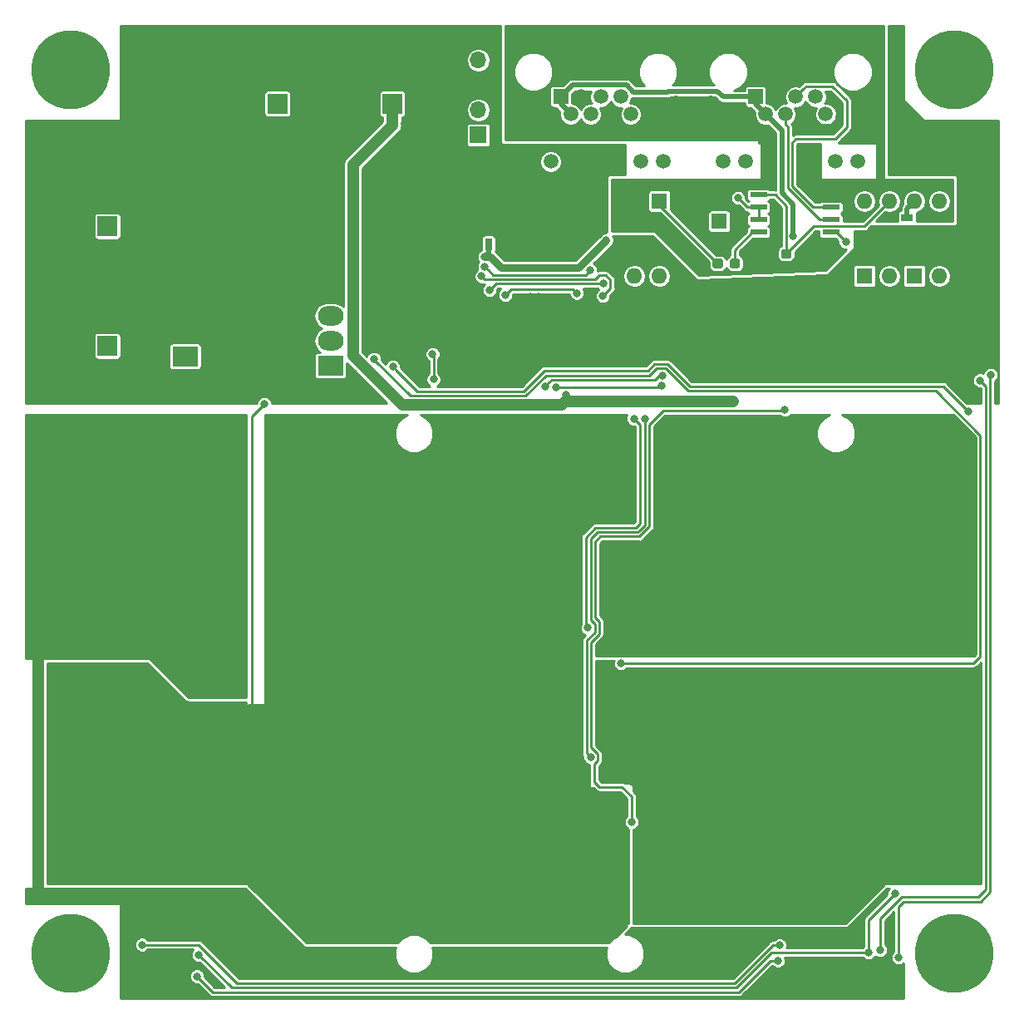
<source format=gbr>
G04 #@! TF.GenerationSoftware,KiCad,Pcbnew,(5.0.1)*
G04 #@! TF.CreationDate,2019-01-31T15:41:56+09:00*
G04 #@! TF.ProjectId,driver,6472697665722E6B696361645F706362,rev?*
G04 #@! TF.SameCoordinates,Original*
G04 #@! TF.FileFunction,Copper,L2,Bot,Signal*
G04 #@! TF.FilePolarity,Positive*
%FSLAX46Y46*%
G04 Gerber Fmt 4.6, Leading zero omitted, Abs format (unit mm)*
G04 Created by KiCad (PCBNEW (5.0.1)) date Thu Jan 31 15:41:56 2019*
%MOMM*%
%LPD*%
G01*
G04 APERTURE LIST*
G04 #@! TA.AperFunction,ComponentPad*
%ADD10O,2.600000X2.000000*%
G04 #@! TD*
G04 #@! TA.AperFunction,ComponentPad*
%ADD11R,2.600000X2.000000*%
G04 #@! TD*
G04 #@! TA.AperFunction,ComponentPad*
%ADD12R,1.600000X1.600000*%
G04 #@! TD*
G04 #@! TA.AperFunction,ComponentPad*
%ADD13O,1.600000X1.600000*%
G04 #@! TD*
G04 #@! TA.AperFunction,SMDPad,CuDef*
%ADD14R,0.750000X1.200000*%
G04 #@! TD*
G04 #@! TA.AperFunction,ComponentPad*
%ADD15R,2.600000X2.600000*%
G04 #@! TD*
G04 #@! TA.AperFunction,ComponentPad*
%ADD16C,2.600000*%
G04 #@! TD*
G04 #@! TA.AperFunction,Conductor*
%ADD17C,0.100000*%
G04 #@! TD*
G04 #@! TA.AperFunction,SMDPad,CuDef*
%ADD18C,0.950000*%
G04 #@! TD*
G04 #@! TA.AperFunction,WasherPad*
%ADD19C,8.000000*%
G04 #@! TD*
G04 #@! TA.AperFunction,ComponentPad*
%ADD20C,2.000000*%
G04 #@! TD*
G04 #@! TA.AperFunction,ComponentPad*
%ADD21R,2.000000X2.000000*%
G04 #@! TD*
G04 #@! TA.AperFunction,ComponentPad*
%ADD22R,1.700000X1.700000*%
G04 #@! TD*
G04 #@! TA.AperFunction,ComponentPad*
%ADD23O,1.700000X1.700000*%
G04 #@! TD*
G04 #@! TA.AperFunction,SMDPad,CuDef*
%ADD24R,1.200000X0.750000*%
G04 #@! TD*
G04 #@! TA.AperFunction,ComponentPad*
%ADD25C,1.600000*%
G04 #@! TD*
G04 #@! TA.AperFunction,ComponentPad*
%ADD26C,1.500000*%
G04 #@! TD*
G04 #@! TA.AperFunction,ComponentPad*
%ADD27R,1.500000X1.500000*%
G04 #@! TD*
G04 #@! TA.AperFunction,SMDPad,CuDef*
%ADD28R,1.750000X0.550000*%
G04 #@! TD*
G04 #@! TA.AperFunction,ViaPad*
%ADD29C,0.800000*%
G04 #@! TD*
G04 #@! TA.AperFunction,ViaPad*
%ADD30C,2.000000*%
G04 #@! TD*
G04 #@! TA.AperFunction,Conductor*
%ADD31C,0.500000*%
G04 #@! TD*
G04 #@! TA.AperFunction,Conductor*
%ADD32C,1.200000*%
G04 #@! TD*
G04 #@! TA.AperFunction,Conductor*
%ADD33C,0.800000*%
G04 #@! TD*
G04 #@! TA.AperFunction,Conductor*
%ADD34C,0.250000*%
G04 #@! TD*
G04 #@! TA.AperFunction,Conductor*
%ADD35C,0.254000*%
G04 #@! TD*
G04 APERTURE END LIST*
D10*
G04 #@! TO.P,J6,4*
G04 #@! TO.N,GND*
X101500000Y-82480000D03*
G04 #@! TO.P,J6,3*
G04 #@! TO.N,+3V3*
X101500000Y-85020000D03*
G04 #@! TO.P,J6,2*
G04 #@! TO.N,/SDA*
X101500000Y-87560000D03*
D11*
G04 #@! TO.P,J6,1*
G04 #@! TO.N,/SCL*
X101500000Y-90100000D03*
G04 #@! TD*
D12*
G04 #@! TO.P,U12,1*
G04 #@! TO.N,+3V3*
X160970000Y-80970000D03*
D13*
G04 #@! TO.P,U12,3*
G04 #@! TO.N,/ISO_DE*
X163510000Y-73350000D03*
G04 #@! TO.P,U12,2*
G04 #@! TO.N,Net-(R18-Pad2)*
X163510000Y-80970000D03*
G04 #@! TO.P,U12,4*
G04 #@! TO.N,/ISO_5V*
X160970000Y-73350000D03*
G04 #@! TD*
D14*
G04 #@! TO.P,C11,2*
G04 #@! TO.N,GND*
X117600000Y-75850000D03*
G04 #@! TO.P,C11,1*
G04 #@! TO.N,+3V3*
X117600000Y-77750000D03*
G04 #@! TD*
D15*
G04 #@! TO.P,J1,1*
G04 #@! TO.N,/OUT_A*
X165000000Y-104840000D03*
D16*
G04 #@! TO.P,J1,2*
X165000000Y-109920000D03*
G04 #@! TO.P,J1,3*
X165000000Y-115000000D03*
G04 #@! TD*
G04 #@! TO.P,J2,3*
G04 #@! TO.N,/OUT_B*
X165000000Y-135080000D03*
G04 #@! TO.P,J2,2*
X165000000Y-130000000D03*
D15*
G04 #@! TO.P,J2,1*
X165000000Y-124920000D03*
G04 #@! TD*
D16*
G04 #@! TO.P,J7,3*
G04 #@! TO.N,/VIN*
X75000000Y-124920000D03*
G04 #@! TO.P,J7,2*
X75000000Y-130000000D03*
D15*
G04 #@! TO.P,J7,1*
X75000000Y-135080000D03*
G04 #@! TD*
G04 #@! TO.P,J8,1*
G04 #@! TO.N,GND*
X75000000Y-115080000D03*
D16*
G04 #@! TO.P,J8,2*
X75000000Y-110000000D03*
G04 #@! TO.P,J8,3*
X75000000Y-104920000D03*
G04 #@! TD*
D17*
G04 #@! TO.N,/ISO_DI*
G04 #@! TO.C,R34*
G36*
X148235779Y-78226144D02*
X148258834Y-78229563D01*
X148281443Y-78235227D01*
X148303387Y-78243079D01*
X148324457Y-78253044D01*
X148344448Y-78265026D01*
X148363168Y-78278910D01*
X148380438Y-78294562D01*
X148396090Y-78311832D01*
X148409974Y-78330552D01*
X148421956Y-78350543D01*
X148431921Y-78371613D01*
X148439773Y-78393557D01*
X148445437Y-78416166D01*
X148448856Y-78439221D01*
X148450000Y-78462500D01*
X148450000Y-78937500D01*
X148448856Y-78960779D01*
X148445437Y-78983834D01*
X148439773Y-79006443D01*
X148431921Y-79028387D01*
X148421956Y-79049457D01*
X148409974Y-79069448D01*
X148396090Y-79088168D01*
X148380438Y-79105438D01*
X148363168Y-79121090D01*
X148344448Y-79134974D01*
X148324457Y-79146956D01*
X148303387Y-79156921D01*
X148281443Y-79164773D01*
X148258834Y-79170437D01*
X148235779Y-79173856D01*
X148212500Y-79175000D01*
X147637500Y-79175000D01*
X147614221Y-79173856D01*
X147591166Y-79170437D01*
X147568557Y-79164773D01*
X147546613Y-79156921D01*
X147525543Y-79146956D01*
X147505552Y-79134974D01*
X147486832Y-79121090D01*
X147469562Y-79105438D01*
X147453910Y-79088168D01*
X147440026Y-79069448D01*
X147428044Y-79049457D01*
X147418079Y-79028387D01*
X147410227Y-79006443D01*
X147404563Y-78983834D01*
X147401144Y-78960779D01*
X147400000Y-78937500D01*
X147400000Y-78462500D01*
X147401144Y-78439221D01*
X147404563Y-78416166D01*
X147410227Y-78393557D01*
X147418079Y-78371613D01*
X147428044Y-78350543D01*
X147440026Y-78330552D01*
X147453910Y-78311832D01*
X147469562Y-78294562D01*
X147486832Y-78278910D01*
X147505552Y-78265026D01*
X147525543Y-78253044D01*
X147546613Y-78243079D01*
X147568557Y-78235227D01*
X147591166Y-78229563D01*
X147614221Y-78226144D01*
X147637500Y-78225000D01*
X148212500Y-78225000D01*
X148235779Y-78226144D01*
X148235779Y-78226144D01*
G37*
D18*
G04 #@! TD*
G04 #@! TO.P,R34,1*
G04 #@! TO.N,/ISO_DI*
X147925000Y-78700000D03*
D17*
G04 #@! TO.N,/ISO_GND*
G04 #@! TO.C,R34*
G36*
X149985779Y-78226144D02*
X150008834Y-78229563D01*
X150031443Y-78235227D01*
X150053387Y-78243079D01*
X150074457Y-78253044D01*
X150094448Y-78265026D01*
X150113168Y-78278910D01*
X150130438Y-78294562D01*
X150146090Y-78311832D01*
X150159974Y-78330552D01*
X150171956Y-78350543D01*
X150181921Y-78371613D01*
X150189773Y-78393557D01*
X150195437Y-78416166D01*
X150198856Y-78439221D01*
X150200000Y-78462500D01*
X150200000Y-78937500D01*
X150198856Y-78960779D01*
X150195437Y-78983834D01*
X150189773Y-79006443D01*
X150181921Y-79028387D01*
X150171956Y-79049457D01*
X150159974Y-79069448D01*
X150146090Y-79088168D01*
X150130438Y-79105438D01*
X150113168Y-79121090D01*
X150094448Y-79134974D01*
X150074457Y-79146956D01*
X150053387Y-79156921D01*
X150031443Y-79164773D01*
X150008834Y-79170437D01*
X149985779Y-79173856D01*
X149962500Y-79175000D01*
X149387500Y-79175000D01*
X149364221Y-79173856D01*
X149341166Y-79170437D01*
X149318557Y-79164773D01*
X149296613Y-79156921D01*
X149275543Y-79146956D01*
X149255552Y-79134974D01*
X149236832Y-79121090D01*
X149219562Y-79105438D01*
X149203910Y-79088168D01*
X149190026Y-79069448D01*
X149178044Y-79049457D01*
X149168079Y-79028387D01*
X149160227Y-79006443D01*
X149154563Y-78983834D01*
X149151144Y-78960779D01*
X149150000Y-78937500D01*
X149150000Y-78462500D01*
X149151144Y-78439221D01*
X149154563Y-78416166D01*
X149160227Y-78393557D01*
X149168079Y-78371613D01*
X149178044Y-78350543D01*
X149190026Y-78330552D01*
X149203910Y-78311832D01*
X149219562Y-78294562D01*
X149236832Y-78278910D01*
X149255552Y-78265026D01*
X149275543Y-78253044D01*
X149296613Y-78243079D01*
X149318557Y-78235227D01*
X149341166Y-78229563D01*
X149364221Y-78226144D01*
X149387500Y-78225000D01*
X149962500Y-78225000D01*
X149985779Y-78226144D01*
X149985779Y-78226144D01*
G37*
D18*
G04 #@! TD*
G04 #@! TO.P,R34,2*
G04 #@! TO.N,/ISO_GND*
X149675000Y-78700000D03*
D17*
G04 #@! TO.N,Net-(R35-Pad2)*
G04 #@! TO.C,R35*
G36*
X141260160Y-79211393D02*
X141283215Y-79214812D01*
X141305824Y-79220476D01*
X141327768Y-79228328D01*
X141348838Y-79238293D01*
X141368829Y-79250275D01*
X141387549Y-79264159D01*
X141404819Y-79279811D01*
X141420471Y-79297081D01*
X141434355Y-79315801D01*
X141446337Y-79335792D01*
X141456302Y-79356862D01*
X141464154Y-79378806D01*
X141469818Y-79401415D01*
X141473237Y-79424470D01*
X141474381Y-79447749D01*
X141474381Y-79922749D01*
X141473237Y-79946028D01*
X141469818Y-79969083D01*
X141464154Y-79991692D01*
X141456302Y-80013636D01*
X141446337Y-80034706D01*
X141434355Y-80054697D01*
X141420471Y-80073417D01*
X141404819Y-80090687D01*
X141387549Y-80106339D01*
X141368829Y-80120223D01*
X141348838Y-80132205D01*
X141327768Y-80142170D01*
X141305824Y-80150022D01*
X141283215Y-80155686D01*
X141260160Y-80159105D01*
X141236881Y-80160249D01*
X140661881Y-80160249D01*
X140638602Y-80159105D01*
X140615547Y-80155686D01*
X140592938Y-80150022D01*
X140570994Y-80142170D01*
X140549924Y-80132205D01*
X140529933Y-80120223D01*
X140511213Y-80106339D01*
X140493943Y-80090687D01*
X140478291Y-80073417D01*
X140464407Y-80054697D01*
X140452425Y-80034706D01*
X140442460Y-80013636D01*
X140434608Y-79991692D01*
X140428944Y-79969083D01*
X140425525Y-79946028D01*
X140424381Y-79922749D01*
X140424381Y-79447749D01*
X140425525Y-79424470D01*
X140428944Y-79401415D01*
X140434608Y-79378806D01*
X140442460Y-79356862D01*
X140452425Y-79335792D01*
X140464407Y-79315801D01*
X140478291Y-79297081D01*
X140493943Y-79279811D01*
X140511213Y-79264159D01*
X140529933Y-79250275D01*
X140549924Y-79238293D01*
X140570994Y-79228328D01*
X140592938Y-79220476D01*
X140615547Y-79214812D01*
X140638602Y-79211393D01*
X140661881Y-79210249D01*
X141236881Y-79210249D01*
X141260160Y-79211393D01*
X141260160Y-79211393D01*
G37*
D18*
G04 #@! TD*
G04 #@! TO.P,R35,2*
G04 #@! TO.N,Net-(R35-Pad2)*
X140949381Y-79685249D03*
D17*
G04 #@! TO.N,/ISO_RO*
G04 #@! TO.C,R35*
G36*
X143010160Y-79211393D02*
X143033215Y-79214812D01*
X143055824Y-79220476D01*
X143077768Y-79228328D01*
X143098838Y-79238293D01*
X143118829Y-79250275D01*
X143137549Y-79264159D01*
X143154819Y-79279811D01*
X143170471Y-79297081D01*
X143184355Y-79315801D01*
X143196337Y-79335792D01*
X143206302Y-79356862D01*
X143214154Y-79378806D01*
X143219818Y-79401415D01*
X143223237Y-79424470D01*
X143224381Y-79447749D01*
X143224381Y-79922749D01*
X143223237Y-79946028D01*
X143219818Y-79969083D01*
X143214154Y-79991692D01*
X143206302Y-80013636D01*
X143196337Y-80034706D01*
X143184355Y-80054697D01*
X143170471Y-80073417D01*
X143154819Y-80090687D01*
X143137549Y-80106339D01*
X143118829Y-80120223D01*
X143098838Y-80132205D01*
X143077768Y-80142170D01*
X143055824Y-80150022D01*
X143033215Y-80155686D01*
X143010160Y-80159105D01*
X142986881Y-80160249D01*
X142411881Y-80160249D01*
X142388602Y-80159105D01*
X142365547Y-80155686D01*
X142342938Y-80150022D01*
X142320994Y-80142170D01*
X142299924Y-80132205D01*
X142279933Y-80120223D01*
X142261213Y-80106339D01*
X142243943Y-80090687D01*
X142228291Y-80073417D01*
X142214407Y-80054697D01*
X142202425Y-80034706D01*
X142192460Y-80013636D01*
X142184608Y-79991692D01*
X142178944Y-79969083D01*
X142175525Y-79946028D01*
X142174381Y-79922749D01*
X142174381Y-79447749D01*
X142175525Y-79424470D01*
X142178944Y-79401415D01*
X142184608Y-79378806D01*
X142192460Y-79356862D01*
X142202425Y-79335792D01*
X142214407Y-79315801D01*
X142228291Y-79297081D01*
X142243943Y-79279811D01*
X142261213Y-79264159D01*
X142279933Y-79250275D01*
X142299924Y-79238293D01*
X142320994Y-79228328D01*
X142342938Y-79220476D01*
X142365547Y-79214812D01*
X142388602Y-79211393D01*
X142411881Y-79210249D01*
X142986881Y-79210249D01*
X143010160Y-79211393D01*
X143010160Y-79211393D01*
G37*
D18*
G04 #@! TD*
G04 #@! TO.P,R35,1*
G04 #@! TO.N,/ISO_RO*
X142699381Y-79685249D03*
D13*
G04 #@! TO.P,U9,4*
G04 #@! TO.N,/ISO_5V*
X155890000Y-73350000D03*
G04 #@! TO.P,U9,2*
G04 #@! TO.N,Net-(R33-Pad2)*
X158430000Y-80970000D03*
G04 #@! TO.P,U9,3*
G04 #@! TO.N,/ISO_DI*
X158430000Y-73350000D03*
D12*
G04 #@! TO.P,U9,1*
G04 #@! TO.N,+3V3*
X155890000Y-80970000D03*
G04 #@! TD*
G04 #@! TO.P,U10,1*
G04 #@! TO.N,Net-(R35-Pad2)*
X135000000Y-73350000D03*
D13*
G04 #@! TO.P,U10,3*
G04 #@! TO.N,Net-(R36-Pad2)*
X132460000Y-80970000D03*
G04 #@! TO.P,U10,2*
G04 #@! TO.N,/ISO_GND*
X132460000Y-73350000D03*
G04 #@! TO.P,U10,4*
G04 #@! TO.N,+3V3*
X135000000Y-80970000D03*
G04 #@! TD*
D19*
G04 #@! TO.P,H1,1*
G04 #@! TO.N,*
X75000000Y-60000000D03*
G04 #@! TD*
G04 #@! TO.P,H2,1*
G04 #@! TO.N,*
X165000000Y-60000000D03*
G04 #@! TD*
G04 #@! TO.P,H3,1*
G04 #@! TO.N,*
X75000000Y-150000000D03*
G04 #@! TD*
G04 #@! TO.P,H4,1*
G04 #@! TO.N,*
X165000000Y-150000000D03*
G04 #@! TD*
D20*
G04 #@! TO.P,C2,2*
G04 #@! TO.N,GND*
X107800000Y-58400000D03*
D21*
G04 #@! TO.P,C2,1*
G04 #@! TO.N,+VSW*
X107800000Y-63400000D03*
G04 #@! TD*
G04 #@! TO.P,C3,1*
G04 #@! TO.N,Net-(C3-Pad1)*
X96100000Y-63400000D03*
D20*
G04 #@! TO.P,C3,2*
G04 #@! TO.N,GND*
X96100000Y-58400000D03*
G04 #@! TD*
G04 #@! TO.P,C15,2*
G04 #@! TO.N,GND*
X73800000Y-88100000D03*
D21*
G04 #@! TO.P,C15,1*
G04 #@! TO.N,Net-(C15-Pad1)*
X78800000Y-88100000D03*
G04 #@! TD*
G04 #@! TO.P,C19,1*
G04 #@! TO.N,+3V3*
X78800000Y-75900000D03*
D20*
G04 #@! TO.P,C19,2*
G04 #@! TO.N,GND*
X73800000Y-75900000D03*
G04 #@! TD*
D22*
G04 #@! TO.P,J9,1*
G04 #@! TO.N,+3V3*
X116550000Y-66590000D03*
D23*
G04 #@! TO.P,J9,2*
G04 #@! TO.N,/SWCLK*
X116550000Y-64050000D03*
G04 #@! TO.P,J9,3*
G04 #@! TO.N,GND*
X116550000Y-61510000D03*
G04 #@! TO.P,J9,4*
G04 #@! TO.N,/SWDIO*
X116550000Y-58970000D03*
G04 #@! TD*
D11*
G04 #@! TO.P,J10,1*
G04 #@! TO.N,+3V3*
X86700000Y-89140000D03*
D10*
G04 #@! TO.P,J10,2*
G04 #@! TO.N,GND*
X86700000Y-86600000D03*
G04 #@! TD*
D24*
G04 #@! TO.P,C6,1*
G04 #@! TO.N,/ISO_5V*
X160250000Y-75000000D03*
G04 #@! TO.P,C6,2*
G04 #@! TO.N,/ISO_GND*
X162150000Y-75000000D03*
G04 #@! TD*
D12*
G04 #@! TO.P,C8,1*
G04 #@! TO.N,/ISO_5V*
X141099381Y-75385249D03*
D25*
G04 #@! TO.P,C8,2*
G04 #@! TO.N,/ISO_GND*
X141099381Y-77385249D03*
G04 #@! TD*
D26*
G04 #@! TO.P,J4,12*
G04 #@! TO.N,/CLED1*
X155220000Y-69300000D03*
G04 #@! TO.P,J4,11*
G04 #@! TO.N,GND*
X152930000Y-69300000D03*
G04 #@! TO.P,J4,10*
G04 #@! TO.N,/CLED2*
X143790000Y-69300000D03*
G04 #@! TO.P,J4,9*
G04 #@! TO.N,GND*
X141500000Y-69300000D03*
D20*
G04 #@! TO.P,J4,SH*
G04 #@! TO.N,/ISO_GND*
X140230000Y-63590000D03*
X156490000Y-63590000D03*
D26*
G04 #@! TO.P,J4,8*
G04 #@! TO.N,Net-(J4-Pad8)*
X151940000Y-64480000D03*
G04 #@! TO.P,J4,6*
G04 #@! TO.N,/ISO_GND*
X149900000Y-64480000D03*
G04 #@! TO.P,J4,4*
G04 #@! TO.N,/RS485_B*
X147860000Y-64480000D03*
G04 #@! TO.P,J4,2*
G04 #@! TO.N,/BUS_VCC*
X145820000Y-64480000D03*
G04 #@! TO.P,J4,7*
G04 #@! TO.N,Net-(J4-Pad7)*
X150920000Y-62700000D03*
G04 #@! TO.P,J4,5*
G04 #@! TO.N,/RX485_A*
X148880000Y-62700000D03*
G04 #@! TO.P,J4,3*
G04 #@! TO.N,/ISO_GND*
X146840000Y-62700000D03*
D27*
G04 #@! TO.P,J4,1*
G04 #@! TO.N,/BUS_VCC*
X144800000Y-62700000D03*
G04 #@! TD*
G04 #@! TO.P,J5,1*
G04 #@! TO.N,/BUS_VCC*
X124950000Y-62700000D03*
D26*
G04 #@! TO.P,J5,3*
G04 #@! TO.N,/ISO_GND*
X126990000Y-62700000D03*
G04 #@! TO.P,J5,5*
G04 #@! TO.N,/RX485_A*
X129030000Y-62700000D03*
G04 #@! TO.P,J5,7*
G04 #@! TO.N,Net-(J5-Pad7)*
X131070000Y-62700000D03*
G04 #@! TO.P,J5,2*
G04 #@! TO.N,/BUS_VCC*
X125970000Y-64480000D03*
G04 #@! TO.P,J5,4*
G04 #@! TO.N,/RS485_B*
X128010000Y-64480000D03*
G04 #@! TO.P,J5,6*
G04 #@! TO.N,/ISO_GND*
X130050000Y-64480000D03*
G04 #@! TO.P,J5,8*
G04 #@! TO.N,Net-(J5-Pad8)*
X132090000Y-64480000D03*
D20*
G04 #@! TO.P,J5,SH*
G04 #@! TO.N,/ISO_GND*
X136640000Y-63590000D03*
X120380000Y-63590000D03*
D26*
G04 #@! TO.P,J5,9*
G04 #@! TO.N,GND*
X121650000Y-69300000D03*
G04 #@! TO.P,J5,10*
G04 #@! TO.N,/CLED4*
X123940000Y-69300000D03*
G04 #@! TO.P,J5,11*
G04 #@! TO.N,GND*
X133080000Y-69300000D03*
G04 #@! TO.P,J5,12*
G04 #@! TO.N,/CLED3*
X135370000Y-69300000D03*
G04 #@! TD*
D28*
G04 #@! TO.P,U13,1*
G04 #@! TO.N,/ISO_RO*
X145100000Y-76505000D03*
G04 #@! TO.P,U13,2*
G04 #@! TO.N,/ISO_DE*
X145100000Y-75235000D03*
G04 #@! TO.P,U13,3*
X145100000Y-73965000D03*
G04 #@! TO.P,U13,4*
G04 #@! TO.N,/ISO_DI*
X145100000Y-72695000D03*
G04 #@! TO.P,U13,5*
G04 #@! TO.N,/ISO_GND*
X152500000Y-72695000D03*
G04 #@! TO.P,U13,6*
G04 #@! TO.N,/RX485_A*
X152500000Y-73965000D03*
G04 #@! TO.P,U13,7*
G04 #@! TO.N,/RS485_B*
X152500000Y-75235000D03*
G04 #@! TO.P,U13,8*
G04 #@! TO.N,/ISO_5V*
X152500000Y-76505000D03*
G04 #@! TD*
D29*
G04 #@! TO.N,+VSW*
X142500000Y-93750000D03*
X125500000Y-93025010D03*
D30*
G04 #@! TO.N,GND*
X80750000Y-66000000D03*
X89500000Y-61000000D03*
X102000000Y-60750000D03*
X94500000Y-69500000D03*
X100000000Y-65750000D03*
X77750000Y-82000000D03*
X89000000Y-98000000D03*
X89000000Y-103000000D03*
X89000000Y-100500000D03*
X89000000Y-105500000D03*
X89000000Y-108000000D03*
X89000000Y-110500000D03*
X89000000Y-113000000D03*
X89000000Y-115500000D03*
X89000000Y-118000000D03*
X89000000Y-120500000D03*
X91500000Y-145500000D03*
X86500000Y-74750000D03*
X86750000Y-82750000D03*
X139500000Y-90000000D03*
X134100000Y-87600000D03*
D29*
X99500000Y-69400000D03*
X99500000Y-68200000D03*
X100600000Y-68200000D03*
X100600000Y-69200000D03*
X80400000Y-79500000D03*
X79600000Y-80800000D03*
X86000000Y-77100000D03*
X81400000Y-76000000D03*
X83600000Y-74600000D03*
X95300000Y-81200000D03*
X94300000Y-90000000D03*
X128600000Y-87500000D03*
X143800000Y-88700000D03*
X96400000Y-89200000D03*
X97200000Y-87500000D03*
X97300000Y-92200000D03*
X120100000Y-90800000D03*
X118300000Y-74300000D03*
X117100000Y-74300000D03*
X117100000Y-73100000D03*
X165500000Y-83500000D03*
X161900000Y-84500000D03*
X156900000Y-88500000D03*
X158600000Y-78100000D03*
X162700000Y-78100000D03*
X123600000Y-73400000D03*
D30*
X139500000Y-82800000D03*
X112000000Y-85400000D03*
X101300000Y-76900000D03*
X101300000Y-79200000D03*
X105700000Y-77800000D03*
X105700000Y-80100000D03*
X105700000Y-82400000D03*
X105700000Y-84700000D03*
X117000000Y-90600000D03*
D29*
X123700000Y-87000000D03*
D30*
X109700000Y-65500000D03*
X108700000Y-71100000D03*
X97100000Y-76100000D03*
X97100000Y-78200000D03*
X97100000Y-80300000D03*
X107500000Y-74900000D03*
D29*
X110400000Y-77600000D03*
X111600000Y-79300000D03*
X126800000Y-78700000D03*
X121300000Y-76000000D03*
X122100000Y-76000000D03*
X121300000Y-77000000D03*
X122100000Y-77000000D03*
X123600000Y-79100000D03*
X121900000Y-83100000D03*
X124300000Y-84600000D03*
X122700000Y-83100000D03*
X122600000Y-86600000D03*
X156900000Y-89500000D03*
X165500000Y-82600000D03*
X120100000Y-89900000D03*
X156900000Y-84600000D03*
X124300000Y-89874990D03*
X150312660Y-91474990D03*
X140300000Y-149900000D03*
X150300000Y-148700000D03*
X122712660Y-79112660D03*
X105250000Y-92750000D03*
G04 #@! TO.N,+3V3*
X117200000Y-79000000D03*
X129600000Y-77300000D03*
X158989324Y-143889324D03*
X88087339Y-150112659D03*
X156330000Y-149900000D03*
G04 #@! TO.N,/VIN_MON*
X126600000Y-82700000D03*
X119300000Y-82900000D03*
X112000000Y-91500000D03*
X111900000Y-88900000D03*
G04 #@! TO.N,/ISO_5V*
X154000000Y-77500000D03*
G04 #@! TO.N,/ISO_GND*
X152000000Y-79000000D03*
X138000000Y-73000000D03*
X143500000Y-78500000D03*
X147000000Y-74800000D03*
X154400000Y-73100000D03*
X164600000Y-72300000D03*
X153375000Y-64700000D03*
G04 #@! TO.N,/DRV1F*
X128000000Y-130000000D03*
X133519082Y-95522671D03*
G04 #@! TO.N,/DRV2F*
X132200000Y-136600000D03*
X147800000Y-94600000D03*
G04 #@! TO.N,/DRV3F*
X127700000Y-116800000D03*
X132400002Y-95500000D03*
G04 #@! TO.N,/OUT_A*
X131500000Y-113500000D03*
X130500000Y-114500000D03*
X131500000Y-114500000D03*
X130500000Y-113500000D03*
X130500000Y-112500000D03*
X131500000Y-112500000D03*
X131500000Y-115500000D03*
X130500000Y-115500000D03*
X129500000Y-115500000D03*
X129500000Y-114500000D03*
X129500000Y-113500000D03*
X129500000Y-112500000D03*
X129500000Y-111500000D03*
X130500000Y-111500000D03*
X131500000Y-111500000D03*
D30*
X130000000Y-109000000D03*
X133000000Y-109000000D03*
X136000000Y-109000000D03*
X136000000Y-109000000D03*
X136000000Y-109000000D03*
X139000000Y-109000000D03*
X136000000Y-112000000D03*
X136000000Y-115000000D03*
X136000000Y-118000000D03*
X133000000Y-118000000D03*
X139000000Y-118000000D03*
X139000000Y-115000000D03*
X139000000Y-112000000D03*
X142000000Y-115000000D03*
X142000000Y-118000000D03*
X142000000Y-109000000D03*
X142000000Y-112000000D03*
D29*
G04 #@! TO.N,/OUT_B*
X131000000Y-126500000D03*
X131000000Y-127500000D03*
X130000000Y-127500000D03*
X130000000Y-126500000D03*
X130000000Y-125500000D03*
X131000000Y-125500000D03*
X132000000Y-126500000D03*
X132000000Y-125500000D03*
X132000000Y-124500000D03*
X132000000Y-127500000D03*
X129000000Y-124500000D03*
X129000000Y-125500000D03*
X129000000Y-126500000D03*
X129000000Y-127500000D03*
X129000000Y-128500000D03*
X130000000Y-128500000D03*
X131000000Y-128500000D03*
X132000000Y-128500000D03*
D30*
X130000000Y-131000000D03*
X133000000Y-131000000D03*
X136000000Y-131000000D03*
X139000000Y-131000000D03*
X142000000Y-131000000D03*
X142000000Y-128000000D03*
X142000000Y-125000000D03*
X142000000Y-122000000D03*
X139000000Y-122000000D03*
X136000000Y-122000000D03*
X133000000Y-122000000D03*
X136000000Y-125000000D03*
X136000000Y-128000000D03*
X139000000Y-128000000D03*
X139000000Y-125000000D03*
D29*
X131000000Y-124500000D03*
X130000000Y-124500000D03*
G04 #@! TO.N,/VIN*
X130000000Y-140000000D03*
X130000000Y-141000000D03*
X129000000Y-141000000D03*
X129000000Y-140000000D03*
X129000000Y-139000000D03*
X129000000Y-138000000D03*
X130000000Y-138000000D03*
X131000000Y-138000000D03*
X131000000Y-140000000D03*
X131000000Y-141000000D03*
X131000000Y-142000000D03*
X130000000Y-142000000D03*
X129000000Y-142000000D03*
X128000000Y-142000000D03*
X128000000Y-141000000D03*
X128000000Y-140000000D03*
X128000000Y-139000000D03*
X128000000Y-138000000D03*
X130000000Y-100000000D03*
X130000000Y-101000000D03*
X129000000Y-101000000D03*
X129000000Y-100000000D03*
X129000000Y-99000000D03*
X130000000Y-99000000D03*
X131000000Y-99000000D03*
X131000000Y-100000000D03*
X131000000Y-101000000D03*
X131000000Y-102000000D03*
X130000000Y-102000000D03*
X129000000Y-102000000D03*
X128000000Y-102000000D03*
X128000000Y-101000000D03*
X128000000Y-100000000D03*
X128000000Y-99000000D03*
X128000000Y-98000000D03*
X129000000Y-98000000D03*
X130000000Y-98000000D03*
X131000000Y-98000000D03*
D30*
X130000000Y-96500000D03*
X127000000Y-96500000D03*
X124000000Y-96500000D03*
X121000000Y-96500000D03*
X118000000Y-96500000D03*
X118000000Y-99000000D03*
X118000000Y-102000000D03*
X118000000Y-105000000D03*
X121000000Y-105000000D03*
X124000000Y-105000000D03*
X127000000Y-105000000D03*
X130000000Y-105000000D03*
X121000000Y-102000000D03*
X121000000Y-99000000D03*
X124000000Y-99000000D03*
X124000000Y-102000000D03*
X130000000Y-136000000D03*
X127000000Y-136000000D03*
X124000000Y-136000000D03*
X121000000Y-136000000D03*
X118000000Y-136000000D03*
X121000000Y-139000000D03*
X118000000Y-139000000D03*
X118000000Y-142000000D03*
X121000000Y-142000000D03*
X121000000Y-145000000D03*
X118000000Y-145000000D03*
X124000000Y-145000000D03*
X127000000Y-145000000D03*
X130000000Y-145000000D03*
X115000000Y-136000000D03*
X115000000Y-139000000D03*
X115000000Y-142000000D03*
X115000000Y-145000000D03*
X99000000Y-129000000D03*
X102000000Y-128000000D03*
X97000000Y-127000000D03*
X104000000Y-130000000D03*
X96000000Y-130000000D03*
X98000000Y-132000000D03*
X94000000Y-128000000D03*
X111000000Y-133000000D03*
X107000000Y-129000000D03*
X108000000Y-134000000D03*
X100000000Y-126000000D03*
X103000000Y-133000000D03*
X101000000Y-131000000D03*
X112000000Y-130000000D03*
X114000000Y-132000000D03*
X109000000Y-131000000D03*
X106000000Y-132000000D03*
X105000000Y-135000000D03*
X102000000Y-136000000D03*
X100000000Y-134000000D03*
D29*
X130000000Y-139000000D03*
X131000000Y-139000000D03*
X94750000Y-94000000D03*
G04 #@! TO.N,/CTRL_B*
X135300000Y-91100000D03*
X123362335Y-92237665D03*
G04 #@! TO.N,/CTRL_A*
X135253882Y-92098948D03*
X124449990Y-92300000D03*
G04 #@! TO.N,/TX*
X116900000Y-81000000D03*
X129251150Y-83000000D03*
G04 #@! TO.N,/RX*
X117700000Y-82400000D03*
X129300001Y-81700001D03*
G04 #@! TO.N,/BUS_VCC*
X148650000Y-76910249D03*
G04 #@! TO.N,/SDA*
X131100000Y-120400000D03*
X105950000Y-89400000D03*
G04 #@! TO.N,/SCL*
X166500000Y-94800000D03*
X107850000Y-90200000D03*
G04 #@! TO.N,/DE*
X127956666Y-80386667D03*
X117187342Y-80012661D03*
G04 #@! TO.N,/ISO_DE*
X143000000Y-73000000D03*
G04 #@! TO.N,/SLED1*
X168750000Y-91050000D03*
X159344239Y-150375010D03*
G04 #@! TO.N,/SLED2*
X87900000Y-152300000D03*
X147086411Y-150700000D03*
G04 #@! TO.N,/SLED3*
X82300000Y-149075000D03*
X147237002Y-149149989D03*
G04 #@! TO.N,/SLED4*
X167650000Y-91600000D03*
X157484796Y-149626213D03*
G04 #@! TD*
D31*
G04 #@! TO.N,+VSW*
X125500000Y-93650000D02*
X125400000Y-93750000D01*
X125500000Y-93025010D02*
X125500000Y-93650000D01*
D32*
X142500000Y-93750000D02*
X125400000Y-93750000D01*
X107800000Y-65600000D02*
X107800000Y-63400000D01*
X103800000Y-69600000D02*
X107800000Y-65600000D01*
X104830108Y-90100000D02*
X104800000Y-90100000D01*
X108830137Y-94100029D02*
X104830108Y-90100000D01*
X125400000Y-93750000D02*
X125049971Y-94100029D01*
X103800000Y-89100000D02*
X103800000Y-69600000D01*
X104800000Y-90100000D02*
X103800000Y-89100000D01*
X125049971Y-94100029D02*
X108830137Y-94100029D01*
D33*
G04 #@! TO.N,GND*
X123600000Y-71250000D02*
X121650000Y-69300000D01*
X123600000Y-73400000D02*
X123600000Y-71250000D01*
D32*
X71700000Y-119300000D02*
X71700000Y-143800000D01*
X75000000Y-115080000D02*
X75000000Y-116000000D01*
X75000000Y-116000000D02*
X71700000Y-119300000D01*
D31*
G04 #@! TO.N,+3V3*
X117600000Y-78600000D02*
X117200000Y-79000000D01*
X117600000Y-77750000D02*
X117600000Y-78600000D01*
D33*
X117765685Y-79000000D02*
X117200000Y-79000000D01*
X118890686Y-80125001D02*
X117765685Y-79000000D01*
X126774999Y-80125001D02*
X118890686Y-80125001D01*
X129600000Y-77300000D02*
X126774999Y-80125001D01*
D34*
X146436411Y-149900000D02*
X155764315Y-149900000D01*
X91424691Y-153450011D02*
X142886400Y-153450011D01*
X156330000Y-146548648D02*
X156330000Y-149334315D01*
X156330000Y-149334315D02*
X156330000Y-149900000D01*
X158989324Y-143889324D02*
X156330000Y-146548648D01*
X88087339Y-150112659D02*
X91424691Y-153450011D01*
X142886400Y-153450011D02*
X146436411Y-149900000D01*
X155764315Y-149900000D02*
X156330000Y-149900000D01*
G04 #@! TO.N,/VIN_MON*
X126600000Y-82700000D02*
X126200000Y-82300000D01*
X119900000Y-82300000D02*
X119300000Y-82900000D01*
X126200000Y-82300000D02*
X119900000Y-82300000D01*
X112000000Y-91500000D02*
X112000000Y-89000000D01*
X112000000Y-89000000D02*
X111900000Y-88900000D01*
G04 #@! TO.N,/ISO_5V*
X152500000Y-76505000D02*
X153005000Y-76505000D01*
X153005000Y-76505000D02*
X154000000Y-77500000D01*
D31*
X160250000Y-74070000D02*
X160970000Y-73350000D01*
X160250000Y-75000000D02*
X160250000Y-74070000D01*
D34*
G04 #@! TO.N,/ISO_GND*
X152519999Y-65555001D02*
X153375000Y-64700000D01*
X149900000Y-64480000D02*
X150975001Y-65555001D01*
X150975001Y-65555001D02*
X152519999Y-65555001D01*
G04 #@! TO.N,/DRV1F*
X133000000Y-106836410D02*
X132936410Y-106900000D01*
X133500000Y-95541753D02*
X133519082Y-95522671D01*
X133000000Y-106836410D02*
X133500000Y-106336410D01*
X133500000Y-106336410D02*
X133500000Y-95541753D01*
X128686400Y-107050010D02*
X132786400Y-107050010D01*
X128000000Y-107736410D02*
X128686400Y-107050010D01*
X128000000Y-130000000D02*
X127600001Y-129600001D01*
X127600001Y-118073001D02*
X128425001Y-117248001D01*
X132786400Y-107050010D02*
X133000000Y-106836410D01*
X128425001Y-117248001D02*
X128425001Y-116451999D01*
X128425001Y-116451999D02*
X128000000Y-116026998D01*
X127600001Y-129600001D02*
X127600001Y-118073001D01*
X128000000Y-116026998D02*
X128000000Y-107736410D01*
G04 #@! TO.N,/DRV2F*
X128450010Y-111600000D02*
X128450010Y-111349990D01*
X128450010Y-115750010D02*
X128450010Y-111600000D01*
X128875011Y-117434401D02*
X128875011Y-116175011D01*
X128050011Y-118259401D02*
X128875011Y-117434401D01*
X128050011Y-128977009D02*
X128050011Y-118259401D01*
X128725001Y-129651999D02*
X128050011Y-128977009D01*
X128725001Y-130348001D02*
X128725001Y-129651999D01*
X128400000Y-130673002D02*
X128725001Y-130348001D01*
X131200000Y-133000000D02*
X128900000Y-133000000D01*
X128400000Y-132500000D02*
X128400000Y-130673002D01*
X128875011Y-116175011D02*
X128450010Y-115750010D01*
X132200000Y-134000000D02*
X131200000Y-133000000D01*
X132200000Y-136600000D02*
X132200000Y-134000000D01*
X128900000Y-133000000D02*
X128400000Y-132500000D01*
X128450010Y-108049990D02*
X128450010Y-111600000D01*
X128999980Y-107500020D02*
X128450010Y-108049990D01*
X147700000Y-94700000D02*
X135400000Y-94700000D01*
X147800000Y-94600000D02*
X147700000Y-94700000D01*
X135400000Y-94700000D02*
X134000000Y-96100000D01*
X134000000Y-96100000D02*
X134000000Y-106472820D01*
X134000000Y-106472820D02*
X132972801Y-107500019D01*
X132972801Y-107500019D02*
X128999980Y-107500020D01*
G04 #@! TO.N,/DRV3F*
X133000000Y-96099998D02*
X132400002Y-95500000D01*
X127500000Y-116600000D02*
X127500000Y-107600000D01*
X127700000Y-116800000D02*
X127500000Y-116600000D01*
X128500000Y-106600000D02*
X132600000Y-106600000D01*
X127500000Y-107600000D02*
X128500000Y-106600000D01*
X132600000Y-106600000D02*
X133000000Y-106200000D01*
X133000000Y-106200000D02*
X133000000Y-96099998D01*
G04 #@! TO.N,/VIN*
X94750000Y-94000000D02*
X93500000Y-95250000D01*
X93500000Y-95250000D02*
X93500000Y-124750000D01*
G04 #@! TO.N,/CTRL_B*
X123762334Y-91837666D02*
X123362335Y-92237665D01*
X124025001Y-91574999D02*
X123762334Y-91837666D01*
X134525001Y-91574999D02*
X124025001Y-91574999D01*
X135300000Y-91100000D02*
X135000000Y-91100000D01*
X135000000Y-91100000D02*
X134525001Y-91574999D01*
G04 #@! TO.N,/CTRL_A*
X135052830Y-92300000D02*
X124449990Y-92300000D01*
X135253882Y-92098948D02*
X135052830Y-92300000D01*
G04 #@! TO.N,/TX*
X129651149Y-82600001D02*
X129251150Y-83000000D01*
X130025002Y-82226148D02*
X129651149Y-82600001D01*
X116900000Y-81000000D02*
X117200022Y-81300022D01*
X117200022Y-81300022D02*
X128499978Y-81300022D01*
X128499978Y-81300022D02*
X128900000Y-80900000D01*
X128900000Y-80900000D02*
X129573002Y-80900000D01*
X129573002Y-80900000D02*
X130025002Y-81352000D01*
X130025002Y-81352000D02*
X130025002Y-82226148D01*
G04 #@! TO.N,/RX*
X129249969Y-81750033D02*
X129300001Y-81700001D01*
X117700000Y-82400000D02*
X118349967Y-81750033D01*
X118349967Y-81750033D02*
X129249969Y-81750033D01*
G04 #@! TO.N,/RX485_A*
X149629999Y-61950001D02*
X148880000Y-62700000D01*
X152624999Y-61624999D02*
X149955001Y-61624999D01*
X154100000Y-65800000D02*
X154100000Y-63100000D01*
X149955001Y-61624999D02*
X149629999Y-61950001D01*
X150665000Y-73965000D02*
X148525022Y-71825022D01*
X154100000Y-63100000D02*
X152624999Y-61624999D01*
X152500000Y-73965000D02*
X150665000Y-73965000D01*
X148900000Y-67000000D02*
X152900000Y-67000000D01*
X148525022Y-71825022D02*
X148525022Y-67374978D01*
X148525022Y-67374978D02*
X148900000Y-67000000D01*
X152900000Y-67000000D02*
X154100000Y-65800000D01*
G04 #@! TO.N,/RS485_B*
X147860000Y-64480000D02*
X147860000Y-65540660D01*
X151298589Y-75235000D02*
X151375000Y-75235000D01*
X148075011Y-72011422D02*
X151298589Y-75235000D01*
X147860000Y-65540660D02*
X148075011Y-65755671D01*
X148075011Y-65755671D02*
X148075011Y-72011422D01*
X151375000Y-75235000D02*
X152500000Y-75235000D01*
D31*
G04 #@! TO.N,/BUS_VCC*
X124950000Y-63460000D02*
X125970000Y-64480000D01*
X124950000Y-62700000D02*
X124950000Y-63460000D01*
X144800000Y-63460000D02*
X145820000Y-64480000D01*
X144800000Y-62700000D02*
X144800000Y-63460000D01*
X126150001Y-61499999D02*
X124950000Y-62700000D01*
X131646001Y-61499999D02*
X126150001Y-61499999D01*
X132381003Y-62235001D02*
X131646001Y-61499999D01*
X135856001Y-62235001D02*
X132381003Y-62235001D01*
X135951003Y-62139999D02*
X135856001Y-62235001D01*
X140926001Y-62139999D02*
X135951003Y-62139999D01*
X141486002Y-62700000D02*
X140926001Y-62139999D01*
X144800000Y-62700000D02*
X141486002Y-62700000D01*
X147500000Y-72500000D02*
X148650000Y-73650000D01*
X147500000Y-66160000D02*
X147500000Y-72500000D01*
X148650000Y-73650000D02*
X148650000Y-76910249D01*
X145820000Y-64480000D02*
X147500000Y-66160000D01*
D34*
G04 #@! TO.N,/SDA*
X105950000Y-89473002D02*
X105950000Y-89400000D01*
X109627009Y-93150011D02*
X105950000Y-89473002D01*
X133974999Y-91100000D02*
X123426998Y-91100000D01*
X134700000Y-90374999D02*
X133974999Y-91100000D01*
X135648001Y-90374999D02*
X134700000Y-90374999D01*
X167000000Y-120400000D02*
X167700000Y-119700000D01*
X123426998Y-91100000D02*
X121376988Y-93150011D01*
X131100000Y-120400000D02*
X167000000Y-120400000D01*
X167700000Y-119700000D02*
X167700000Y-97200000D01*
X167700000Y-97200000D02*
X163150011Y-92650011D01*
X121376988Y-93150011D02*
X109627009Y-93150011D01*
X137923012Y-92650011D02*
X135648001Y-90374999D01*
X163150011Y-92650011D02*
X137923012Y-92650011D01*
G04 #@! TO.N,/SCL*
X110350000Y-92700000D02*
X108249999Y-90599999D01*
X108249999Y-90599999D02*
X107850000Y-90200000D01*
X123290588Y-90600000D02*
X121190588Y-92700000D01*
X138109412Y-92200000D02*
X135834401Y-89924988D01*
X135834401Y-89924988D02*
X134513600Y-89924988D01*
X133838589Y-90600000D02*
X123290588Y-90600000D01*
X163900000Y-92200000D02*
X138109412Y-92200000D01*
X166500000Y-94800000D02*
X163900000Y-92200000D01*
X121190588Y-92700000D02*
X110350000Y-92700000D01*
X134513600Y-89924988D02*
X133838589Y-90600000D01*
G04 #@! TO.N,/DE*
X117200000Y-80000003D02*
X117187342Y-80012661D01*
X127956666Y-80386667D02*
X127493322Y-80850011D01*
X127493322Y-80850011D02*
X118050008Y-80850011D01*
X118050008Y-80850011D02*
X117599999Y-80400002D01*
X117599999Y-80400002D02*
X117200000Y-80000003D01*
G04 #@! TO.N,/ISO_DE*
X145100000Y-75235000D02*
X145100000Y-73965000D01*
X145100000Y-73965000D02*
X143965000Y-73965000D01*
X143965000Y-73965000D02*
X143000000Y-73000000D01*
G04 #@! TO.N,/ISO_DI*
X146795000Y-72695000D02*
X145100000Y-72695000D01*
X147925000Y-78700000D02*
X147925000Y-73825000D01*
X147925000Y-73825000D02*
X146795000Y-72695000D01*
X150725000Y-75900000D02*
X147925000Y-78700000D01*
X158430000Y-73350000D02*
X155880000Y-75900000D01*
X155880000Y-75900000D02*
X150725000Y-75900000D01*
G04 #@! TO.N,Net-(R35-Pad2)*
X135000000Y-73735868D02*
X135000000Y-73350000D01*
X140949381Y-79685249D02*
X135000000Y-73735868D01*
G04 #@! TO.N,/ISO_RO*
X144500000Y-76505000D02*
X145100000Y-76505000D01*
X142699381Y-78305619D02*
X144500000Y-76505000D01*
X142699381Y-79685249D02*
X142699381Y-78305619D01*
G04 #@! TO.N,/SLED1*
X168700000Y-91100000D02*
X168700000Y-143700000D01*
X159344239Y-149809325D02*
X159344239Y-150375010D01*
X159865374Y-144674990D02*
X159344239Y-145196125D01*
X168750000Y-91050000D02*
X168700000Y-91100000D01*
X168700000Y-143700000D02*
X167725010Y-144674990D01*
X167725010Y-144674990D02*
X159865374Y-144674990D01*
X159344239Y-145196125D02*
X159344239Y-149809325D01*
G04 #@! TO.N,/SLED2*
X146300000Y-150700000D02*
X147086411Y-150700000D01*
X87900000Y-152300000D02*
X89500022Y-153900022D01*
X143099978Y-153900022D02*
X146300000Y-150700000D01*
X89500022Y-153900022D02*
X143099978Y-153900022D01*
G04 #@! TO.N,/SLED3*
X146540598Y-149149989D02*
X147237002Y-149149989D01*
X142690587Y-153000000D02*
X146540598Y-149149989D01*
X92000000Y-153000000D02*
X142690587Y-153000000D01*
X82300000Y-149075000D02*
X88075000Y-149075000D01*
X88075000Y-149075000D02*
X92000000Y-153000000D01*
G04 #@! TO.N,/SLED4*
X167475021Y-144224979D02*
X159678974Y-144224979D01*
X157484796Y-149060528D02*
X157484796Y-149626213D01*
X159678974Y-144224979D02*
X157484796Y-146419157D01*
X168249989Y-143450011D02*
X167475021Y-144224979D01*
X157484796Y-146419157D02*
X157484796Y-149060528D01*
X167650000Y-91600000D02*
X168249989Y-92199989D01*
X168249989Y-92199989D02*
X168249989Y-143450011D01*
G04 #@! TD*
D35*
G04 #@! TO.N,/OUT_A*
G36*
X151880119Y-95323980D02*
X151323980Y-95880119D01*
X151023000Y-96606750D01*
X151023000Y-97393250D01*
X151323980Y-98119881D01*
X151880119Y-98676020D01*
X152606750Y-98977000D01*
X153393250Y-98977000D01*
X154119881Y-98676020D01*
X154676020Y-98119881D01*
X154977000Y-97393250D01*
X154977000Y-96606750D01*
X154676020Y-95880119D01*
X154119881Y-95323980D01*
X153644329Y-95127000D01*
X164917065Y-95127000D01*
X167198001Y-97407937D01*
X167198000Y-119492065D01*
X167067065Y-119623000D01*
X128552011Y-119623000D01*
X128552011Y-118467335D01*
X129195024Y-117824324D01*
X129236932Y-117796322D01*
X129264934Y-117754414D01*
X129264937Y-117754411D01*
X129347883Y-117630272D01*
X129347884Y-117630271D01*
X129377011Y-117483840D01*
X129377011Y-117483836D01*
X129386844Y-117434402D01*
X129377011Y-117384968D01*
X129377011Y-116224444D01*
X129386844Y-116175010D01*
X129377011Y-116125576D01*
X129377011Y-116125572D01*
X129347884Y-115979141D01*
X129321841Y-115940165D01*
X129264937Y-115855001D01*
X129264934Y-115854998D01*
X129236932Y-115813090D01*
X129195023Y-115785087D01*
X128952010Y-115542075D01*
X128952010Y-108257924D01*
X129207915Y-108002020D01*
X132923362Y-108002018D01*
X132972801Y-108011852D01*
X133168671Y-107972891D01*
X133292809Y-107889945D01*
X133292811Y-107889943D01*
X133334722Y-107861939D01*
X133362726Y-107820028D01*
X134320009Y-106862745D01*
X134361921Y-106834741D01*
X134472873Y-106668690D01*
X134502000Y-106522259D01*
X134502000Y-106522254D01*
X134511833Y-106472820D01*
X134502000Y-106423386D01*
X134502000Y-96307934D01*
X135607935Y-95202000D01*
X147303156Y-95202000D01*
X147359865Y-95258709D01*
X147645445Y-95377000D01*
X147954555Y-95377000D01*
X148240135Y-95258709D01*
X148371844Y-95127000D01*
X152355671Y-95127000D01*
X151880119Y-95323980D01*
X151880119Y-95323980D01*
G37*
X151880119Y-95323980D02*
X151323980Y-95880119D01*
X151023000Y-96606750D01*
X151023000Y-97393250D01*
X151323980Y-98119881D01*
X151880119Y-98676020D01*
X152606750Y-98977000D01*
X153393250Y-98977000D01*
X154119881Y-98676020D01*
X154676020Y-98119881D01*
X154977000Y-97393250D01*
X154977000Y-96606750D01*
X154676020Y-95880119D01*
X154119881Y-95323980D01*
X153644329Y-95127000D01*
X164917065Y-95127000D01*
X167198001Y-97407937D01*
X167198000Y-119492065D01*
X167067065Y-119623000D01*
X128552011Y-119623000D01*
X128552011Y-118467335D01*
X129195024Y-117824324D01*
X129236932Y-117796322D01*
X129264934Y-117754414D01*
X129264937Y-117754411D01*
X129347883Y-117630272D01*
X129347884Y-117630271D01*
X129377011Y-117483840D01*
X129377011Y-117483836D01*
X129386844Y-117434402D01*
X129377011Y-117384968D01*
X129377011Y-116224444D01*
X129386844Y-116175010D01*
X129377011Y-116125576D01*
X129377011Y-116125572D01*
X129347884Y-115979141D01*
X129321841Y-115940165D01*
X129264937Y-115855001D01*
X129264934Y-115854998D01*
X129236932Y-115813090D01*
X129195023Y-115785087D01*
X128952010Y-115542075D01*
X128952010Y-108257924D01*
X129207915Y-108002020D01*
X132923362Y-108002018D01*
X132972801Y-108011852D01*
X133168671Y-107972891D01*
X133292809Y-107889945D01*
X133292811Y-107889943D01*
X133334722Y-107861939D01*
X133362726Y-107820028D01*
X134320009Y-106862745D01*
X134361921Y-106834741D01*
X134472873Y-106668690D01*
X134502000Y-106522259D01*
X134502000Y-106522254D01*
X134511833Y-106472820D01*
X134502000Y-106423386D01*
X134502000Y-96307934D01*
X135607935Y-95202000D01*
X147303156Y-95202000D01*
X147359865Y-95258709D01*
X147645445Y-95377000D01*
X147954555Y-95377000D01*
X148240135Y-95258709D01*
X148371844Y-95127000D01*
X152355671Y-95127000D01*
X151880119Y-95323980D01*
G04 #@! TO.N,/OUT_B*
G36*
X130323000Y-120245445D02*
X130323000Y-120554555D01*
X130441291Y-120840135D01*
X130659865Y-121058709D01*
X130945445Y-121177000D01*
X131254555Y-121177000D01*
X131540135Y-121058709D01*
X131696844Y-120902000D01*
X166950566Y-120902000D01*
X167000000Y-120911833D01*
X167049434Y-120902000D01*
X167049439Y-120902000D01*
X167195870Y-120872873D01*
X167361921Y-120761921D01*
X167389927Y-120720007D01*
X167747990Y-120361945D01*
X167747990Y-142873000D01*
X158000000Y-142873000D01*
X157951399Y-142882667D01*
X157910197Y-142910197D01*
X153947394Y-146873000D01*
X132377000Y-146873000D01*
X132377000Y-137367703D01*
X132640135Y-137258709D01*
X132858709Y-137040135D01*
X132977000Y-136754555D01*
X132977000Y-136445445D01*
X132858709Y-136159865D01*
X132702000Y-136003156D01*
X132702000Y-134049435D01*
X132711833Y-134000000D01*
X132702000Y-133950565D01*
X132702000Y-133950561D01*
X132672873Y-133804130D01*
X132672873Y-133804129D01*
X132589926Y-133679991D01*
X132589925Y-133679990D01*
X132561921Y-133638079D01*
X132520009Y-133610075D01*
X132377000Y-133467065D01*
X132377000Y-133000000D01*
X132348303Y-132855728D01*
X132266579Y-132733421D01*
X132144272Y-132651697D01*
X132000000Y-132623000D01*
X131539354Y-132623000D01*
X131395870Y-132527127D01*
X131249439Y-132498000D01*
X131249434Y-132498000D01*
X131200000Y-132488167D01*
X131150566Y-132498000D01*
X129107935Y-132498000D01*
X128902000Y-132292066D01*
X128902000Y-130880936D01*
X129045011Y-130737926D01*
X129086922Y-130709922D01*
X129197874Y-130543871D01*
X129227001Y-130397440D01*
X129227001Y-130397435D01*
X129236834Y-130348001D01*
X129227001Y-130298567D01*
X129227001Y-129701432D01*
X129236834Y-129651998D01*
X129227001Y-129602564D01*
X129227001Y-129602560D01*
X129197874Y-129456129D01*
X129086922Y-129290078D01*
X129045010Y-129262074D01*
X128552011Y-128769075D01*
X128552011Y-120127000D01*
X130372061Y-120127000D01*
X130323000Y-120245445D01*
X130323000Y-120245445D01*
G37*
X130323000Y-120245445D02*
X130323000Y-120554555D01*
X130441291Y-120840135D01*
X130659865Y-121058709D01*
X130945445Y-121177000D01*
X131254555Y-121177000D01*
X131540135Y-121058709D01*
X131696844Y-120902000D01*
X166950566Y-120902000D01*
X167000000Y-120911833D01*
X167049434Y-120902000D01*
X167049439Y-120902000D01*
X167195870Y-120872873D01*
X167361921Y-120761921D01*
X167389927Y-120720007D01*
X167747990Y-120361945D01*
X167747990Y-142873000D01*
X158000000Y-142873000D01*
X157951399Y-142882667D01*
X157910197Y-142910197D01*
X153947394Y-146873000D01*
X132377000Y-146873000D01*
X132377000Y-137367703D01*
X132640135Y-137258709D01*
X132858709Y-137040135D01*
X132977000Y-136754555D01*
X132977000Y-136445445D01*
X132858709Y-136159865D01*
X132702000Y-136003156D01*
X132702000Y-134049435D01*
X132711833Y-134000000D01*
X132702000Y-133950565D01*
X132702000Y-133950561D01*
X132672873Y-133804130D01*
X132672873Y-133804129D01*
X132589926Y-133679991D01*
X132589925Y-133679990D01*
X132561921Y-133638079D01*
X132520009Y-133610075D01*
X132377000Y-133467065D01*
X132377000Y-133000000D01*
X132348303Y-132855728D01*
X132266579Y-132733421D01*
X132144272Y-132651697D01*
X132000000Y-132623000D01*
X131539354Y-132623000D01*
X131395870Y-132527127D01*
X131249439Y-132498000D01*
X131249434Y-132498000D01*
X131200000Y-132488167D01*
X131150566Y-132498000D01*
X129107935Y-132498000D01*
X128902000Y-132292066D01*
X128902000Y-130880936D01*
X129045011Y-130737926D01*
X129086922Y-130709922D01*
X129197874Y-130543871D01*
X129227001Y-130397440D01*
X129227001Y-130397435D01*
X129236834Y-130348001D01*
X129227001Y-130298567D01*
X129227001Y-129701432D01*
X129236834Y-129651998D01*
X129227001Y-129602564D01*
X129227001Y-129602560D01*
X129197874Y-129456129D01*
X129086922Y-129290078D01*
X129045010Y-129262074D01*
X128552011Y-128769075D01*
X128552011Y-120127000D01*
X130372061Y-120127000D01*
X130323000Y-120245445D01*
G04 #@! TO.N,/VIN*
G36*
X108880119Y-95323980D02*
X108323980Y-95880119D01*
X108023000Y-96606750D01*
X108023000Y-97393250D01*
X108323980Y-98119881D01*
X108880119Y-98676020D01*
X109606750Y-98977000D01*
X110393250Y-98977000D01*
X111119881Y-98676020D01*
X111676020Y-98119881D01*
X111977000Y-97393250D01*
X111977000Y-96606750D01*
X111676020Y-95880119D01*
X111119881Y-95323980D01*
X110644329Y-95127000D01*
X131713485Y-95127000D01*
X131623002Y-95345445D01*
X131623002Y-95654555D01*
X131741293Y-95940135D01*
X131959867Y-96158709D01*
X132245447Y-96277000D01*
X132467067Y-96277000D01*
X132498001Y-96307934D01*
X132498000Y-105992065D01*
X132392066Y-106098000D01*
X128549435Y-106098000D01*
X128500000Y-106088167D01*
X128450565Y-106098000D01*
X128450561Y-106098000D01*
X128335329Y-106120921D01*
X128304129Y-106127127D01*
X128179991Y-106210074D01*
X128138079Y-106238079D01*
X128110075Y-106279991D01*
X127179991Y-107210075D01*
X127138080Y-107238079D01*
X127110076Y-107279990D01*
X127110074Y-107279992D01*
X127027128Y-107404130D01*
X126988167Y-107600000D01*
X126998001Y-107649439D01*
X126998000Y-116464379D01*
X126923000Y-116645445D01*
X126923000Y-116954555D01*
X127041291Y-117240135D01*
X127259865Y-117458709D01*
X127432748Y-117530319D01*
X127279992Y-117683076D01*
X127238081Y-117711080D01*
X127210077Y-117752991D01*
X127210075Y-117752993D01*
X127127129Y-117877131D01*
X127088168Y-118073001D01*
X127098002Y-118122440D01*
X127098001Y-129550567D01*
X127088168Y-129600001D01*
X127098001Y-129649435D01*
X127098001Y-129649439D01*
X127127128Y-129795870D01*
X127223000Y-129939353D01*
X127223000Y-130154555D01*
X127341291Y-130440135D01*
X127559865Y-130658709D01*
X127845445Y-130777000D01*
X127873000Y-130777000D01*
X127873000Y-133000000D01*
X127882667Y-133048601D01*
X127910197Y-133089803D01*
X127951399Y-133117333D01*
X128000000Y-133127000D01*
X128317065Y-133127000D01*
X128510074Y-133320009D01*
X128538079Y-133361921D01*
X128704130Y-133472873D01*
X128850561Y-133502000D01*
X128850566Y-133502000D01*
X128900000Y-133511833D01*
X128949434Y-133502000D01*
X130992066Y-133502000D01*
X131698001Y-134207936D01*
X131698000Y-136003156D01*
X131541291Y-136159865D01*
X131423000Y-136445445D01*
X131423000Y-136754555D01*
X131541291Y-137040135D01*
X131759865Y-137258709D01*
X131873000Y-137305571D01*
X131873000Y-146873000D01*
X110052606Y-146873000D01*
X93127000Y-129947394D01*
X93127000Y-124627000D01*
X94750000Y-124627000D01*
X94798601Y-124617333D01*
X94839803Y-124589803D01*
X94867333Y-124548601D01*
X94877000Y-124500000D01*
X94877000Y-95127000D01*
X109355671Y-95127000D01*
X108880119Y-95323980D01*
X108880119Y-95323980D01*
G37*
X108880119Y-95323980D02*
X108323980Y-95880119D01*
X108023000Y-96606750D01*
X108023000Y-97393250D01*
X108323980Y-98119881D01*
X108880119Y-98676020D01*
X109606750Y-98977000D01*
X110393250Y-98977000D01*
X111119881Y-98676020D01*
X111676020Y-98119881D01*
X111977000Y-97393250D01*
X111977000Y-96606750D01*
X111676020Y-95880119D01*
X111119881Y-95323980D01*
X110644329Y-95127000D01*
X131713485Y-95127000D01*
X131623002Y-95345445D01*
X131623002Y-95654555D01*
X131741293Y-95940135D01*
X131959867Y-96158709D01*
X132245447Y-96277000D01*
X132467067Y-96277000D01*
X132498001Y-96307934D01*
X132498000Y-105992065D01*
X132392066Y-106098000D01*
X128549435Y-106098000D01*
X128500000Y-106088167D01*
X128450565Y-106098000D01*
X128450561Y-106098000D01*
X128335329Y-106120921D01*
X128304129Y-106127127D01*
X128179991Y-106210074D01*
X128138079Y-106238079D01*
X128110075Y-106279991D01*
X127179991Y-107210075D01*
X127138080Y-107238079D01*
X127110076Y-107279990D01*
X127110074Y-107279992D01*
X127027128Y-107404130D01*
X126988167Y-107600000D01*
X126998001Y-107649439D01*
X126998000Y-116464379D01*
X126923000Y-116645445D01*
X126923000Y-116954555D01*
X127041291Y-117240135D01*
X127259865Y-117458709D01*
X127432748Y-117530319D01*
X127279992Y-117683076D01*
X127238081Y-117711080D01*
X127210077Y-117752991D01*
X127210075Y-117752993D01*
X127127129Y-117877131D01*
X127088168Y-118073001D01*
X127098002Y-118122440D01*
X127098001Y-129550567D01*
X127088168Y-129600001D01*
X127098001Y-129649435D01*
X127098001Y-129649439D01*
X127127128Y-129795870D01*
X127223000Y-129939353D01*
X127223000Y-130154555D01*
X127341291Y-130440135D01*
X127559865Y-130658709D01*
X127845445Y-130777000D01*
X127873000Y-130777000D01*
X127873000Y-133000000D01*
X127882667Y-133048601D01*
X127910197Y-133089803D01*
X127951399Y-133117333D01*
X128000000Y-133127000D01*
X128317065Y-133127000D01*
X128510074Y-133320009D01*
X128538079Y-133361921D01*
X128704130Y-133472873D01*
X128850561Y-133502000D01*
X128850566Y-133502000D01*
X128900000Y-133511833D01*
X128949434Y-133502000D01*
X130992066Y-133502000D01*
X131698001Y-134207936D01*
X131698000Y-136003156D01*
X131541291Y-136159865D01*
X131423000Y-136445445D01*
X131423000Y-136754555D01*
X131541291Y-137040135D01*
X131759865Y-137258709D01*
X131873000Y-137305571D01*
X131873000Y-146873000D01*
X110052606Y-146873000D01*
X93127000Y-129947394D01*
X93127000Y-124627000D01*
X94750000Y-124627000D01*
X94798601Y-124617333D01*
X94839803Y-124589803D01*
X94867333Y-124548601D01*
X94877000Y-124500000D01*
X94877000Y-95127000D01*
X109355671Y-95127000D01*
X108880119Y-95323980D01*
G04 #@! TO.N,GND*
G36*
X92873000Y-123873000D02*
X87052606Y-123873000D01*
X83089803Y-119910197D01*
X83048601Y-119882667D01*
X83000000Y-119873000D01*
X70452000Y-119873000D01*
X70452000Y-95127000D01*
X92873000Y-95127000D01*
X92873000Y-123873000D01*
X92873000Y-123873000D01*
G37*
X92873000Y-123873000D02*
X87052606Y-123873000D01*
X83089803Y-119910197D01*
X83048601Y-119882667D01*
X83000000Y-119873000D01*
X70452000Y-119873000D01*
X70452000Y-95127000D01*
X92873000Y-95127000D01*
X92873000Y-123873000D01*
G04 #@! TO.N,/VIN*
G36*
X86733421Y-124266579D02*
X86855728Y-124348303D01*
X87000000Y-124377000D01*
X92873000Y-124377000D01*
X92873000Y-130000000D01*
X92882667Y-130048601D01*
X92910197Y-130089803D01*
X109910197Y-147089803D01*
X109951399Y-147117333D01*
X110000000Y-147127000D01*
X131693394Y-147127000D01*
X130578647Y-148241747D01*
X130380119Y-148323980D01*
X129831099Y-148873000D01*
X111668901Y-148873000D01*
X111119881Y-148323980D01*
X110393250Y-148023000D01*
X109606750Y-148023000D01*
X108880119Y-148323980D01*
X108331099Y-148873000D01*
X99052606Y-148873000D01*
X93089803Y-142910197D01*
X93048601Y-142882667D01*
X93000000Y-142873000D01*
X72677000Y-142873000D01*
X72677000Y-120377000D01*
X82843842Y-120377000D01*
X86733421Y-124266579D01*
X86733421Y-124266579D01*
G37*
X86733421Y-124266579D02*
X86855728Y-124348303D01*
X87000000Y-124377000D01*
X92873000Y-124377000D01*
X92873000Y-130000000D01*
X92882667Y-130048601D01*
X92910197Y-130089803D01*
X109910197Y-147089803D01*
X109951399Y-147117333D01*
X110000000Y-147127000D01*
X131693394Y-147127000D01*
X130578647Y-148241747D01*
X130380119Y-148323980D01*
X129831099Y-148873000D01*
X111668901Y-148873000D01*
X111119881Y-148323980D01*
X110393250Y-148023000D01*
X109606750Y-148023000D01*
X108880119Y-148323980D01*
X108331099Y-148873000D01*
X99052606Y-148873000D01*
X93089803Y-142910197D01*
X93048601Y-142882667D01*
X93000000Y-142873000D01*
X72677000Y-142873000D01*
X72677000Y-120377000D01*
X82843842Y-120377000D01*
X86733421Y-124266579D01*
G04 #@! TO.N,GND*
G36*
X98733421Y-149266579D02*
X98855728Y-149348303D01*
X99000000Y-149377000D01*
X108118165Y-149377000D01*
X108023000Y-149606750D01*
X108023000Y-150393250D01*
X108323980Y-151119881D01*
X108880119Y-151676020D01*
X109606750Y-151977000D01*
X110393250Y-151977000D01*
X111119881Y-151676020D01*
X111676020Y-151119881D01*
X111977000Y-150393250D01*
X111977000Y-149606750D01*
X111881835Y-149377000D01*
X129618165Y-149377000D01*
X129523000Y-149606750D01*
X129523000Y-150393250D01*
X129823980Y-151119881D01*
X130380119Y-151676020D01*
X131106750Y-151977000D01*
X131893250Y-151977000D01*
X132619881Y-151676020D01*
X133176020Y-151119881D01*
X133477000Y-150393250D01*
X133477000Y-149606750D01*
X133176020Y-148880119D01*
X132619881Y-148323980D01*
X131893250Y-148023000D01*
X131510158Y-148023000D01*
X132156158Y-147377000D01*
X154000000Y-147377000D01*
X154144272Y-147348303D01*
X154266579Y-147266579D01*
X158156158Y-143377000D01*
X158402804Y-143377000D01*
X158330615Y-143449189D01*
X158212324Y-143734769D01*
X158212324Y-143956389D01*
X156009993Y-146158721D01*
X155968079Y-146186727D01*
X155857127Y-146352779D01*
X155828000Y-146499210D01*
X155828000Y-146499214D01*
X155818167Y-146548648D01*
X155828000Y-146598082D01*
X155828001Y-149284872D01*
X155828000Y-149284877D01*
X155828000Y-149303156D01*
X155733156Y-149398000D01*
X147975291Y-149398000D01*
X148014002Y-149304544D01*
X148014002Y-148995434D01*
X147895711Y-148709854D01*
X147677137Y-148491280D01*
X147391557Y-148372989D01*
X147082447Y-148372989D01*
X146796867Y-148491280D01*
X146640158Y-148647989D01*
X146590032Y-148647989D01*
X146540598Y-148638156D01*
X146491164Y-148647989D01*
X146491159Y-148647989D01*
X146344728Y-148677116D01*
X146178677Y-148788068D01*
X146150673Y-148829979D01*
X142482653Y-152498000D01*
X92207936Y-152498000D01*
X88464927Y-148754993D01*
X88436921Y-148713079D01*
X88270870Y-148602127D01*
X88124439Y-148573000D01*
X88124434Y-148573000D01*
X88075000Y-148563167D01*
X88025566Y-148573000D01*
X82896844Y-148573000D01*
X82740135Y-148416291D01*
X82454555Y-148298000D01*
X82145445Y-148298000D01*
X81859865Y-148416291D01*
X81641291Y-148634865D01*
X81523000Y-148920445D01*
X81523000Y-149229555D01*
X81641291Y-149515135D01*
X81859865Y-149733709D01*
X82145445Y-149852000D01*
X82454555Y-149852000D01*
X82740135Y-149733709D01*
X82896844Y-149577000D01*
X87524154Y-149577000D01*
X87428630Y-149672524D01*
X87310339Y-149958104D01*
X87310339Y-150267214D01*
X87428630Y-150552794D01*
X87647204Y-150771368D01*
X87932784Y-150889659D01*
X88154405Y-150889659D01*
X90662767Y-153398022D01*
X89707957Y-153398022D01*
X88677000Y-152367066D01*
X88677000Y-152145445D01*
X88558709Y-151859865D01*
X88340135Y-151641291D01*
X88054555Y-151523000D01*
X87745445Y-151523000D01*
X87459865Y-151641291D01*
X87241291Y-151859865D01*
X87123000Y-152145445D01*
X87123000Y-152454555D01*
X87241291Y-152740135D01*
X87459865Y-152958709D01*
X87745445Y-153077000D01*
X87967066Y-153077000D01*
X89110097Y-154220032D01*
X89138101Y-154261943D01*
X89304152Y-154372895D01*
X89450583Y-154402022D01*
X89450588Y-154402022D01*
X89500022Y-154411855D01*
X89549456Y-154402022D01*
X143050544Y-154402022D01*
X143099978Y-154411855D01*
X143149412Y-154402022D01*
X143149417Y-154402022D01*
X143295848Y-154372895D01*
X143461899Y-154261943D01*
X143489905Y-154220029D01*
X146498751Y-151211184D01*
X146646276Y-151358709D01*
X146931856Y-151477000D01*
X147240966Y-151477000D01*
X147526546Y-151358709D01*
X147745120Y-151140135D01*
X147863411Y-150854555D01*
X147863411Y-150545445D01*
X147803994Y-150402000D01*
X155733156Y-150402000D01*
X155889865Y-150558709D01*
X156175445Y-150677000D01*
X156484555Y-150677000D01*
X156770135Y-150558709D01*
X156988709Y-150340135D01*
X157021268Y-150261529D01*
X157044661Y-150284922D01*
X157330241Y-150403213D01*
X157639351Y-150403213D01*
X157924931Y-150284922D01*
X158143505Y-150066348D01*
X158261796Y-149780768D01*
X158261796Y-149471658D01*
X158143505Y-149186078D01*
X157986796Y-149029369D01*
X157986796Y-146627091D01*
X158842239Y-145771649D01*
X158842240Y-149759882D01*
X158842239Y-149759887D01*
X158842239Y-149778166D01*
X158685530Y-149934875D01*
X158567239Y-150220455D01*
X158567239Y-150529565D01*
X158685530Y-150815145D01*
X158904104Y-151033719D01*
X159189684Y-151152010D01*
X159498794Y-151152010D01*
X159784374Y-151033719D01*
X159873000Y-150945093D01*
X159873000Y-154548000D01*
X80127000Y-154548000D01*
X80127000Y-145000000D01*
X80117333Y-144951399D01*
X80089803Y-144910197D01*
X80048601Y-144882667D01*
X80000000Y-144873000D01*
X70452000Y-144873000D01*
X70452000Y-143377000D01*
X92843842Y-143377000D01*
X98733421Y-149266579D01*
X98733421Y-149266579D01*
G37*
X98733421Y-149266579D02*
X98855728Y-149348303D01*
X99000000Y-149377000D01*
X108118165Y-149377000D01*
X108023000Y-149606750D01*
X108023000Y-150393250D01*
X108323980Y-151119881D01*
X108880119Y-151676020D01*
X109606750Y-151977000D01*
X110393250Y-151977000D01*
X111119881Y-151676020D01*
X111676020Y-151119881D01*
X111977000Y-150393250D01*
X111977000Y-149606750D01*
X111881835Y-149377000D01*
X129618165Y-149377000D01*
X129523000Y-149606750D01*
X129523000Y-150393250D01*
X129823980Y-151119881D01*
X130380119Y-151676020D01*
X131106750Y-151977000D01*
X131893250Y-151977000D01*
X132619881Y-151676020D01*
X133176020Y-151119881D01*
X133477000Y-150393250D01*
X133477000Y-149606750D01*
X133176020Y-148880119D01*
X132619881Y-148323980D01*
X131893250Y-148023000D01*
X131510158Y-148023000D01*
X132156158Y-147377000D01*
X154000000Y-147377000D01*
X154144272Y-147348303D01*
X154266579Y-147266579D01*
X158156158Y-143377000D01*
X158402804Y-143377000D01*
X158330615Y-143449189D01*
X158212324Y-143734769D01*
X158212324Y-143956389D01*
X156009993Y-146158721D01*
X155968079Y-146186727D01*
X155857127Y-146352779D01*
X155828000Y-146499210D01*
X155828000Y-146499214D01*
X155818167Y-146548648D01*
X155828000Y-146598082D01*
X155828001Y-149284872D01*
X155828000Y-149284877D01*
X155828000Y-149303156D01*
X155733156Y-149398000D01*
X147975291Y-149398000D01*
X148014002Y-149304544D01*
X148014002Y-148995434D01*
X147895711Y-148709854D01*
X147677137Y-148491280D01*
X147391557Y-148372989D01*
X147082447Y-148372989D01*
X146796867Y-148491280D01*
X146640158Y-148647989D01*
X146590032Y-148647989D01*
X146540598Y-148638156D01*
X146491164Y-148647989D01*
X146491159Y-148647989D01*
X146344728Y-148677116D01*
X146178677Y-148788068D01*
X146150673Y-148829979D01*
X142482653Y-152498000D01*
X92207936Y-152498000D01*
X88464927Y-148754993D01*
X88436921Y-148713079D01*
X88270870Y-148602127D01*
X88124439Y-148573000D01*
X88124434Y-148573000D01*
X88075000Y-148563167D01*
X88025566Y-148573000D01*
X82896844Y-148573000D01*
X82740135Y-148416291D01*
X82454555Y-148298000D01*
X82145445Y-148298000D01*
X81859865Y-148416291D01*
X81641291Y-148634865D01*
X81523000Y-148920445D01*
X81523000Y-149229555D01*
X81641291Y-149515135D01*
X81859865Y-149733709D01*
X82145445Y-149852000D01*
X82454555Y-149852000D01*
X82740135Y-149733709D01*
X82896844Y-149577000D01*
X87524154Y-149577000D01*
X87428630Y-149672524D01*
X87310339Y-149958104D01*
X87310339Y-150267214D01*
X87428630Y-150552794D01*
X87647204Y-150771368D01*
X87932784Y-150889659D01*
X88154405Y-150889659D01*
X90662767Y-153398022D01*
X89707957Y-153398022D01*
X88677000Y-152367066D01*
X88677000Y-152145445D01*
X88558709Y-151859865D01*
X88340135Y-151641291D01*
X88054555Y-151523000D01*
X87745445Y-151523000D01*
X87459865Y-151641291D01*
X87241291Y-151859865D01*
X87123000Y-152145445D01*
X87123000Y-152454555D01*
X87241291Y-152740135D01*
X87459865Y-152958709D01*
X87745445Y-153077000D01*
X87967066Y-153077000D01*
X89110097Y-154220032D01*
X89138101Y-154261943D01*
X89304152Y-154372895D01*
X89450583Y-154402022D01*
X89450588Y-154402022D01*
X89500022Y-154411855D01*
X89549456Y-154402022D01*
X143050544Y-154402022D01*
X143099978Y-154411855D01*
X143149412Y-154402022D01*
X143149417Y-154402022D01*
X143295848Y-154372895D01*
X143461899Y-154261943D01*
X143489905Y-154220029D01*
X146498751Y-151211184D01*
X146646276Y-151358709D01*
X146931856Y-151477000D01*
X147240966Y-151477000D01*
X147526546Y-151358709D01*
X147745120Y-151140135D01*
X147863411Y-150854555D01*
X147863411Y-150545445D01*
X147803994Y-150402000D01*
X155733156Y-150402000D01*
X155889865Y-150558709D01*
X156175445Y-150677000D01*
X156484555Y-150677000D01*
X156770135Y-150558709D01*
X156988709Y-150340135D01*
X157021268Y-150261529D01*
X157044661Y-150284922D01*
X157330241Y-150403213D01*
X157639351Y-150403213D01*
X157924931Y-150284922D01*
X158143505Y-150066348D01*
X158261796Y-149780768D01*
X158261796Y-149471658D01*
X158143505Y-149186078D01*
X157986796Y-149029369D01*
X157986796Y-146627091D01*
X158842239Y-145771649D01*
X158842240Y-149759882D01*
X158842239Y-149759887D01*
X158842239Y-149778166D01*
X158685530Y-149934875D01*
X158567239Y-150220455D01*
X158567239Y-150529565D01*
X158685530Y-150815145D01*
X158904104Y-151033719D01*
X159189684Y-151152010D01*
X159498794Y-151152010D01*
X159784374Y-151033719D01*
X159873000Y-150945093D01*
X159873000Y-154548000D01*
X80127000Y-154548000D01*
X80127000Y-145000000D01*
X80117333Y-144951399D01*
X80089803Y-144910197D01*
X80048601Y-144882667D01*
X80000000Y-144873000D01*
X70452000Y-144873000D01*
X70452000Y-143377000D01*
X92843842Y-143377000D01*
X98733421Y-149266579D01*
G36*
X118823000Y-67200000D02*
X118851697Y-67344272D01*
X118933421Y-67466579D01*
X119055728Y-67548303D01*
X119200000Y-67577000D01*
X131510946Y-67577000D01*
X131510946Y-70623000D01*
X130000000Y-70623000D01*
X129855728Y-70651697D01*
X129733421Y-70733421D01*
X129651697Y-70855728D01*
X129623000Y-71000000D01*
X129623000Y-76500000D01*
X129625558Y-76512862D01*
X129600000Y-76507778D01*
X129523475Y-76523000D01*
X129445445Y-76523000D01*
X129373354Y-76552861D01*
X129296829Y-76568083D01*
X129231955Y-76611430D01*
X129159865Y-76641291D01*
X129104690Y-76696466D01*
X126453156Y-79348001D01*
X119212530Y-79348001D01*
X118369223Y-78504695D01*
X118337930Y-78457861D01*
X118359385Y-78350000D01*
X118359385Y-77150000D01*
X118330125Y-77002902D01*
X118246801Y-76878199D01*
X118122098Y-76794875D01*
X117975000Y-76765615D01*
X117225000Y-76765615D01*
X117077902Y-76794875D01*
X116953199Y-76878199D01*
X116869875Y-77002902D01*
X116840615Y-77150000D01*
X116840615Y-78305644D01*
X116831953Y-78311431D01*
X116759865Y-78341291D01*
X116704692Y-78396464D01*
X116639814Y-78439814D01*
X116596464Y-78504692D01*
X116541291Y-78559865D01*
X116511431Y-78631953D01*
X116468082Y-78696830D01*
X116452860Y-78773357D01*
X116423000Y-78845445D01*
X116423000Y-78923474D01*
X116407778Y-79000000D01*
X116423000Y-79076526D01*
X116423000Y-79154555D01*
X116452860Y-79226643D01*
X116468082Y-79303170D01*
X116511431Y-79368047D01*
X116541291Y-79440135D01*
X116596464Y-79495308D01*
X116600224Y-79500935D01*
X116528633Y-79572526D01*
X116410342Y-79858106D01*
X116410342Y-80167216D01*
X116479139Y-80333307D01*
X116459865Y-80341291D01*
X116241291Y-80559865D01*
X116123000Y-80845445D01*
X116123000Y-81154555D01*
X116241291Y-81440135D01*
X116459865Y-81658709D01*
X116745445Y-81777000D01*
X117024789Y-81777000D01*
X117150583Y-81802022D01*
X117150587Y-81802022D01*
X117191080Y-81810076D01*
X117041291Y-81959865D01*
X116923000Y-82245445D01*
X116923000Y-82554555D01*
X117041291Y-82840135D01*
X117259865Y-83058709D01*
X117545445Y-83177000D01*
X117854555Y-83177000D01*
X118140135Y-83058709D01*
X118358709Y-82840135D01*
X118477000Y-82554555D01*
X118477000Y-82332935D01*
X118557902Y-82252033D01*
X118849123Y-82252033D01*
X118641291Y-82459865D01*
X118523000Y-82745445D01*
X118523000Y-83054555D01*
X118641291Y-83340135D01*
X118859865Y-83558709D01*
X119145445Y-83677000D01*
X119454555Y-83677000D01*
X119740135Y-83558709D01*
X119958709Y-83340135D01*
X120077000Y-83054555D01*
X120077000Y-82832935D01*
X120107935Y-82802000D01*
X125823000Y-82802000D01*
X125823000Y-82854555D01*
X125941291Y-83140135D01*
X126159865Y-83358709D01*
X126445445Y-83477000D01*
X126754555Y-83477000D01*
X127040135Y-83358709D01*
X127258709Y-83140135D01*
X127377000Y-82854555D01*
X127377000Y-82545445D01*
X127258709Y-82259865D01*
X127250877Y-82252033D01*
X128753189Y-82252033D01*
X128833241Y-82332085D01*
X128811015Y-82341291D01*
X128592441Y-82559865D01*
X128474150Y-82845445D01*
X128474150Y-83154555D01*
X128592441Y-83440135D01*
X128811015Y-83658709D01*
X129096595Y-83777000D01*
X129405705Y-83777000D01*
X129691285Y-83658709D01*
X129909859Y-83440135D01*
X130028150Y-83154555D01*
X130028150Y-82932935D01*
X130041075Y-82920010D01*
X130041077Y-82920007D01*
X130345011Y-82616074D01*
X130386923Y-82588069D01*
X130497875Y-82422018D01*
X130527002Y-82275587D01*
X130527002Y-82275582D01*
X130536835Y-82226148D01*
X130527002Y-82176714D01*
X130527002Y-81401435D01*
X130536835Y-81352000D01*
X130527002Y-81302565D01*
X130527002Y-81302561D01*
X130497875Y-81156130D01*
X130497875Y-81156129D01*
X130414928Y-81031991D01*
X130414927Y-81031990D01*
X130386923Y-80990079D01*
X130356873Y-80970000D01*
X131259942Y-80970000D01*
X131351291Y-81429242D01*
X131611431Y-81818569D01*
X132000758Y-82078709D01*
X132344080Y-82147000D01*
X132575920Y-82147000D01*
X132919242Y-82078709D01*
X133308569Y-81818569D01*
X133568709Y-81429242D01*
X133660058Y-80970000D01*
X133799942Y-80970000D01*
X133891291Y-81429242D01*
X134151431Y-81818569D01*
X134540758Y-82078709D01*
X134884080Y-82147000D01*
X135115920Y-82147000D01*
X135459242Y-82078709D01*
X135848569Y-81818569D01*
X136108709Y-81429242D01*
X136200058Y-80970000D01*
X136108709Y-80510758D01*
X135848569Y-80121431D01*
X135459242Y-79861291D01*
X135115920Y-79793000D01*
X134884080Y-79793000D01*
X134540758Y-79861291D01*
X134151431Y-80121431D01*
X133891291Y-80510758D01*
X133799942Y-80970000D01*
X133660058Y-80970000D01*
X133568709Y-80510758D01*
X133308569Y-80121431D01*
X132919242Y-79861291D01*
X132575920Y-79793000D01*
X132344080Y-79793000D01*
X132000758Y-79861291D01*
X131611431Y-80121431D01*
X131351291Y-80510758D01*
X131259942Y-80970000D01*
X130356873Y-80970000D01*
X130345012Y-80962075D01*
X129962929Y-80579993D01*
X129934923Y-80538079D01*
X129768872Y-80427127D01*
X129622441Y-80398000D01*
X129622436Y-80398000D01*
X129573002Y-80388167D01*
X129523568Y-80398000D01*
X128949435Y-80398000D01*
X128900000Y-80388167D01*
X128850565Y-80398000D01*
X128850561Y-80398000D01*
X128735329Y-80420921D01*
X128733666Y-80421252D01*
X128733666Y-80232112D01*
X128615375Y-79946532D01*
X128396801Y-79727958D01*
X128307765Y-79691078D01*
X130203534Y-77795310D01*
X130258709Y-77740135D01*
X130288570Y-77668045D01*
X130331917Y-77603171D01*
X130347139Y-77526646D01*
X130377000Y-77454555D01*
X130377000Y-77376525D01*
X130392222Y-77300000D01*
X130377000Y-77223475D01*
X130377000Y-77145445D01*
X130347139Y-77073353D01*
X130331917Y-76996830D01*
X130288571Y-76931958D01*
X130265807Y-76877000D01*
X134343842Y-76877000D01*
X138733421Y-81266579D01*
X138869221Y-81353590D01*
X139014489Y-81376721D01*
X152014489Y-80876721D01*
X152144272Y-80848303D01*
X152266579Y-80766579D01*
X152863158Y-80170000D01*
X154705615Y-80170000D01*
X154705615Y-81770000D01*
X154734875Y-81917098D01*
X154818199Y-82041801D01*
X154942902Y-82125125D01*
X155090000Y-82154385D01*
X156690000Y-82154385D01*
X156837098Y-82125125D01*
X156961801Y-82041801D01*
X157045125Y-81917098D01*
X157074385Y-81770000D01*
X157074385Y-80970000D01*
X157229942Y-80970000D01*
X157321291Y-81429242D01*
X157581431Y-81818569D01*
X157970758Y-82078709D01*
X158314080Y-82147000D01*
X158545920Y-82147000D01*
X158889242Y-82078709D01*
X159278569Y-81818569D01*
X159538709Y-81429242D01*
X159630058Y-80970000D01*
X159538709Y-80510758D01*
X159311022Y-80170000D01*
X159785615Y-80170000D01*
X159785615Y-81770000D01*
X159814875Y-81917098D01*
X159898199Y-82041801D01*
X160022902Y-82125125D01*
X160170000Y-82154385D01*
X161770000Y-82154385D01*
X161917098Y-82125125D01*
X162041801Y-82041801D01*
X162125125Y-81917098D01*
X162154385Y-81770000D01*
X162154385Y-80970000D01*
X162309942Y-80970000D01*
X162401291Y-81429242D01*
X162661431Y-81818569D01*
X163050758Y-82078709D01*
X163394080Y-82147000D01*
X163625920Y-82147000D01*
X163969242Y-82078709D01*
X164358569Y-81818569D01*
X164618709Y-81429242D01*
X164710058Y-80970000D01*
X164618709Y-80510758D01*
X164358569Y-80121431D01*
X163969242Y-79861291D01*
X163625920Y-79793000D01*
X163394080Y-79793000D01*
X163050758Y-79861291D01*
X162661431Y-80121431D01*
X162401291Y-80510758D01*
X162309942Y-80970000D01*
X162154385Y-80970000D01*
X162154385Y-80170000D01*
X162125125Y-80022902D01*
X162041801Y-79898199D01*
X161917098Y-79814875D01*
X161770000Y-79785615D01*
X160170000Y-79785615D01*
X160022902Y-79814875D01*
X159898199Y-79898199D01*
X159814875Y-80022902D01*
X159785615Y-80170000D01*
X159311022Y-80170000D01*
X159278569Y-80121431D01*
X158889242Y-79861291D01*
X158545920Y-79793000D01*
X158314080Y-79793000D01*
X157970758Y-79861291D01*
X157581431Y-80121431D01*
X157321291Y-80510758D01*
X157229942Y-80970000D01*
X157074385Y-80970000D01*
X157074385Y-80170000D01*
X157045125Y-80022902D01*
X156961801Y-79898199D01*
X156837098Y-79814875D01*
X156690000Y-79785615D01*
X155090000Y-79785615D01*
X154942902Y-79814875D01*
X154818199Y-79898199D01*
X154734875Y-80022902D01*
X154705615Y-80170000D01*
X152863158Y-80170000D01*
X154766579Y-78266579D01*
X154848303Y-78144272D01*
X154877000Y-78000000D01*
X154877000Y-76402000D01*
X155830566Y-76402000D01*
X155880000Y-76411833D01*
X155929434Y-76402000D01*
X155929439Y-76402000D01*
X156075870Y-76372873D01*
X156241921Y-76261921D01*
X156269927Y-76220007D01*
X156612934Y-75877000D01*
X165000000Y-75877000D01*
X165144272Y-75848303D01*
X165266579Y-75766579D01*
X165348303Y-75644272D01*
X165377000Y-75500000D01*
X165377000Y-71000000D01*
X165348303Y-70855728D01*
X165266579Y-70733421D01*
X165144272Y-70651697D01*
X165000000Y-70623000D01*
X158377000Y-70623000D01*
X158377000Y-55452000D01*
X159873000Y-55452000D01*
X159873000Y-63000000D01*
X159882667Y-63048601D01*
X159910197Y-63089803D01*
X161910197Y-65089803D01*
X161951399Y-65117333D01*
X162000000Y-65127000D01*
X169548001Y-65127000D01*
X169548001Y-93873000D01*
X169202000Y-93873000D01*
X169202000Y-91696844D01*
X169408709Y-91490135D01*
X169527000Y-91204555D01*
X169527000Y-90895445D01*
X169408709Y-90609865D01*
X169190135Y-90391291D01*
X168904555Y-90273000D01*
X168595445Y-90273000D01*
X168309865Y-90391291D01*
X168091291Y-90609865D01*
X167973945Y-90893164D01*
X167804555Y-90823000D01*
X167495445Y-90823000D01*
X167209865Y-90941291D01*
X166991291Y-91159865D01*
X166873000Y-91445445D01*
X166873000Y-91754555D01*
X166991291Y-92040135D01*
X167209865Y-92258709D01*
X167495445Y-92377000D01*
X167717065Y-92377000D01*
X167747989Y-92407924D01*
X167747989Y-93873000D01*
X166282936Y-93873000D01*
X164289927Y-91879993D01*
X164261921Y-91838079D01*
X164095870Y-91727127D01*
X163949439Y-91698000D01*
X163949434Y-91698000D01*
X163900000Y-91688167D01*
X163850566Y-91698000D01*
X138317347Y-91698000D01*
X136224326Y-89604978D01*
X136196322Y-89563067D01*
X136030271Y-89452115D01*
X135883840Y-89422988D01*
X135883835Y-89422988D01*
X135834401Y-89413155D01*
X135784967Y-89422988D01*
X134563033Y-89422988D01*
X134513599Y-89413155D01*
X134464165Y-89422988D01*
X134464161Y-89422988D01*
X134317730Y-89452115D01*
X134317729Y-89452116D01*
X134317728Y-89452116D01*
X134228356Y-89511833D01*
X134151679Y-89563067D01*
X134123674Y-89604979D01*
X133630655Y-90098000D01*
X123340021Y-90098000D01*
X123290587Y-90088167D01*
X123241153Y-90098000D01*
X123241149Y-90098000D01*
X123094718Y-90127127D01*
X123094717Y-90127128D01*
X123094716Y-90127128D01*
X123075452Y-90140000D01*
X122928667Y-90238079D01*
X122900663Y-90279990D01*
X120982654Y-92198000D01*
X112345278Y-92198000D01*
X112440135Y-92158709D01*
X112658709Y-91940135D01*
X112777000Y-91654555D01*
X112777000Y-91345445D01*
X112658709Y-91059865D01*
X112502000Y-90903156D01*
X112502000Y-89396844D01*
X112558709Y-89340135D01*
X112677000Y-89054555D01*
X112677000Y-88745445D01*
X112558709Y-88459865D01*
X112340135Y-88241291D01*
X112054555Y-88123000D01*
X111745445Y-88123000D01*
X111459865Y-88241291D01*
X111241291Y-88459865D01*
X111123000Y-88745445D01*
X111123000Y-89054555D01*
X111241291Y-89340135D01*
X111459865Y-89558709D01*
X111498001Y-89574505D01*
X111498000Y-90903156D01*
X111341291Y-91059865D01*
X111223000Y-91345445D01*
X111223000Y-91654555D01*
X111341291Y-91940135D01*
X111559865Y-92158709D01*
X111654722Y-92198000D01*
X110557935Y-92198000D01*
X108639926Y-90279992D01*
X108639925Y-90279990D01*
X108627000Y-90267065D01*
X108627000Y-90045445D01*
X108508709Y-89759865D01*
X108290135Y-89541291D01*
X108004555Y-89423000D01*
X107695445Y-89423000D01*
X107409865Y-89541291D01*
X107191291Y-89759865D01*
X107119680Y-89932748D01*
X106727000Y-89540068D01*
X106727000Y-89245445D01*
X106608709Y-88959865D01*
X106390135Y-88741291D01*
X106104555Y-88623000D01*
X105795445Y-88623000D01*
X105509865Y-88741291D01*
X105291291Y-88959865D01*
X105218144Y-89136457D01*
X104777000Y-88695314D01*
X104777000Y-70004686D01*
X105705860Y-69075826D01*
X122813000Y-69075826D01*
X122813000Y-69524174D01*
X122984576Y-69938394D01*
X123301606Y-70255424D01*
X123715826Y-70427000D01*
X124164174Y-70427000D01*
X124578394Y-70255424D01*
X124895424Y-69938394D01*
X125067000Y-69524174D01*
X125067000Y-69075826D01*
X124895424Y-68661606D01*
X124578394Y-68344576D01*
X124164174Y-68173000D01*
X123715826Y-68173000D01*
X123301606Y-68344576D01*
X122984576Y-68661606D01*
X122813000Y-69075826D01*
X105705860Y-69075826D01*
X108422806Y-66358881D01*
X108504377Y-66304377D01*
X108558881Y-66222806D01*
X108558883Y-66222804D01*
X108720312Y-65981207D01*
X108720313Y-65981206D01*
X108768292Y-65740000D01*
X115315615Y-65740000D01*
X115315615Y-67440000D01*
X115344875Y-67587098D01*
X115428199Y-67711801D01*
X115552902Y-67795125D01*
X115700000Y-67824385D01*
X117400000Y-67824385D01*
X117547098Y-67795125D01*
X117671801Y-67711801D01*
X117755125Y-67587098D01*
X117784385Y-67440000D01*
X117784385Y-65740000D01*
X117755125Y-65592902D01*
X117671801Y-65468199D01*
X117547098Y-65384875D01*
X117400000Y-65355615D01*
X115700000Y-65355615D01*
X115552902Y-65384875D01*
X115428199Y-65468199D01*
X115344875Y-65592902D01*
X115315615Y-65740000D01*
X108768292Y-65740000D01*
X108777000Y-65696223D01*
X108777000Y-65696219D01*
X108796139Y-65600001D01*
X108777000Y-65503783D01*
X108777000Y-64784385D01*
X108800000Y-64784385D01*
X108947098Y-64755125D01*
X109071801Y-64671801D01*
X109155125Y-64547098D01*
X109184385Y-64400000D01*
X109184385Y-64050000D01*
X115298962Y-64050000D01*
X115394192Y-64528752D01*
X115665383Y-64934617D01*
X116071248Y-65205808D01*
X116429153Y-65277000D01*
X116670847Y-65277000D01*
X117028752Y-65205808D01*
X117434617Y-64934617D01*
X117705808Y-64528752D01*
X117801038Y-64050000D01*
X117705808Y-63571248D01*
X117434617Y-63165383D01*
X117028752Y-62894192D01*
X116670847Y-62823000D01*
X116429153Y-62823000D01*
X116071248Y-62894192D01*
X115665383Y-63165383D01*
X115394192Y-63571248D01*
X115298962Y-64050000D01*
X109184385Y-64050000D01*
X109184385Y-62400000D01*
X109155125Y-62252902D01*
X109071801Y-62128199D01*
X108947098Y-62044875D01*
X108800000Y-62015615D01*
X106800000Y-62015615D01*
X106652902Y-62044875D01*
X106528199Y-62128199D01*
X106444875Y-62252902D01*
X106415615Y-62400000D01*
X106415615Y-64400000D01*
X106444875Y-64547098D01*
X106528199Y-64671801D01*
X106652902Y-64755125D01*
X106800000Y-64784385D01*
X106823000Y-64784385D01*
X106823000Y-65195313D01*
X103177195Y-68841119D01*
X103095624Y-68895623D01*
X103041120Y-68977194D01*
X103041117Y-68977197D01*
X102879688Y-69218794D01*
X102803861Y-69600000D01*
X102823001Y-69696223D01*
X102823000Y-84072493D01*
X102792762Y-84027238D01*
X102337279Y-83722894D01*
X101935623Y-83643000D01*
X101064377Y-83643000D01*
X100662721Y-83722894D01*
X100207238Y-84027238D01*
X99902894Y-84482721D01*
X99796023Y-85020000D01*
X99902894Y-85557279D01*
X100207238Y-86012762D01*
X100622154Y-86290000D01*
X100207238Y-86567238D01*
X99902894Y-87022721D01*
X99796023Y-87560000D01*
X99902894Y-88097279D01*
X100207238Y-88552762D01*
X100450965Y-88715615D01*
X100200000Y-88715615D01*
X100052902Y-88744875D01*
X99928199Y-88828199D01*
X99844875Y-88952902D01*
X99815615Y-89100000D01*
X99815615Y-91100000D01*
X99844875Y-91247098D01*
X99928199Y-91371801D01*
X100052902Y-91455125D01*
X100200000Y-91484385D01*
X102800000Y-91484385D01*
X102947098Y-91455125D01*
X103071801Y-91371801D01*
X103155125Y-91247098D01*
X103184385Y-91100000D01*
X103184385Y-89866071D01*
X104041119Y-90722806D01*
X104095623Y-90804377D01*
X104177194Y-90858881D01*
X104177196Y-90858883D01*
X104267934Y-90919512D01*
X107221421Y-93873000D01*
X95527000Y-93873000D01*
X95527000Y-93845445D01*
X95408709Y-93559865D01*
X95190135Y-93341291D01*
X94904555Y-93223000D01*
X94595445Y-93223000D01*
X94309865Y-93341291D01*
X94091291Y-93559865D01*
X93973000Y-93845445D01*
X93973000Y-93873000D01*
X70452000Y-93873000D01*
X70452000Y-87100000D01*
X77415615Y-87100000D01*
X77415615Y-89100000D01*
X77444875Y-89247098D01*
X77528199Y-89371801D01*
X77652902Y-89455125D01*
X77800000Y-89484385D01*
X79800000Y-89484385D01*
X79947098Y-89455125D01*
X80071801Y-89371801D01*
X80155125Y-89247098D01*
X80184385Y-89100000D01*
X80184385Y-88140000D01*
X85015615Y-88140000D01*
X85015615Y-90140000D01*
X85044875Y-90287098D01*
X85128199Y-90411801D01*
X85252902Y-90495125D01*
X85400000Y-90524385D01*
X88000000Y-90524385D01*
X88147098Y-90495125D01*
X88271801Y-90411801D01*
X88355125Y-90287098D01*
X88384385Y-90140000D01*
X88384385Y-88140000D01*
X88355125Y-87992902D01*
X88271801Y-87868199D01*
X88147098Y-87784875D01*
X88000000Y-87755615D01*
X85400000Y-87755615D01*
X85252902Y-87784875D01*
X85128199Y-87868199D01*
X85044875Y-87992902D01*
X85015615Y-88140000D01*
X80184385Y-88140000D01*
X80184385Y-87100000D01*
X80155125Y-86952902D01*
X80071801Y-86828199D01*
X79947098Y-86744875D01*
X79800000Y-86715615D01*
X77800000Y-86715615D01*
X77652902Y-86744875D01*
X77528199Y-86828199D01*
X77444875Y-86952902D01*
X77415615Y-87100000D01*
X70452000Y-87100000D01*
X70452000Y-74900000D01*
X77415615Y-74900000D01*
X77415615Y-76900000D01*
X77444875Y-77047098D01*
X77528199Y-77171801D01*
X77652902Y-77255125D01*
X77800000Y-77284385D01*
X79800000Y-77284385D01*
X79947098Y-77255125D01*
X80071801Y-77171801D01*
X80155125Y-77047098D01*
X80184385Y-76900000D01*
X80184385Y-74900000D01*
X80155125Y-74752902D01*
X80071801Y-74628199D01*
X79947098Y-74544875D01*
X79800000Y-74515615D01*
X77800000Y-74515615D01*
X77652902Y-74544875D01*
X77528199Y-74628199D01*
X77444875Y-74752902D01*
X77415615Y-74900000D01*
X70452000Y-74900000D01*
X70452000Y-65127000D01*
X80000000Y-65127000D01*
X80048601Y-65117333D01*
X80089803Y-65089803D01*
X80117333Y-65048601D01*
X80127000Y-65000000D01*
X80127000Y-62400000D01*
X94715615Y-62400000D01*
X94715615Y-64400000D01*
X94744875Y-64547098D01*
X94828199Y-64671801D01*
X94952902Y-64755125D01*
X95100000Y-64784385D01*
X97100000Y-64784385D01*
X97247098Y-64755125D01*
X97371801Y-64671801D01*
X97455125Y-64547098D01*
X97484385Y-64400000D01*
X97484385Y-62400000D01*
X97455125Y-62252902D01*
X97371801Y-62128199D01*
X97247098Y-62044875D01*
X97100000Y-62015615D01*
X95100000Y-62015615D01*
X94952902Y-62044875D01*
X94828199Y-62128199D01*
X94744875Y-62252902D01*
X94715615Y-62400000D01*
X80127000Y-62400000D01*
X80127000Y-58970000D01*
X115298962Y-58970000D01*
X115394192Y-59448752D01*
X115665383Y-59854617D01*
X116071248Y-60125808D01*
X116429153Y-60197000D01*
X116670847Y-60197000D01*
X117028752Y-60125808D01*
X117434617Y-59854617D01*
X117705808Y-59448752D01*
X117801038Y-58970000D01*
X117705808Y-58491248D01*
X117434617Y-58085383D01*
X117028752Y-57814192D01*
X116670847Y-57743000D01*
X116429153Y-57743000D01*
X116071248Y-57814192D01*
X115665383Y-58085383D01*
X115394192Y-58491248D01*
X115298962Y-58970000D01*
X80127000Y-58970000D01*
X80127000Y-55452000D01*
X118823000Y-55452000D01*
X118823000Y-67200000D01*
X118823000Y-67200000D01*
G37*
X118823000Y-67200000D02*
X118851697Y-67344272D01*
X118933421Y-67466579D01*
X119055728Y-67548303D01*
X119200000Y-67577000D01*
X131510946Y-67577000D01*
X131510946Y-70623000D01*
X130000000Y-70623000D01*
X129855728Y-70651697D01*
X129733421Y-70733421D01*
X129651697Y-70855728D01*
X129623000Y-71000000D01*
X129623000Y-76500000D01*
X129625558Y-76512862D01*
X129600000Y-76507778D01*
X129523475Y-76523000D01*
X129445445Y-76523000D01*
X129373354Y-76552861D01*
X129296829Y-76568083D01*
X129231955Y-76611430D01*
X129159865Y-76641291D01*
X129104690Y-76696466D01*
X126453156Y-79348001D01*
X119212530Y-79348001D01*
X118369223Y-78504695D01*
X118337930Y-78457861D01*
X118359385Y-78350000D01*
X118359385Y-77150000D01*
X118330125Y-77002902D01*
X118246801Y-76878199D01*
X118122098Y-76794875D01*
X117975000Y-76765615D01*
X117225000Y-76765615D01*
X117077902Y-76794875D01*
X116953199Y-76878199D01*
X116869875Y-77002902D01*
X116840615Y-77150000D01*
X116840615Y-78305644D01*
X116831953Y-78311431D01*
X116759865Y-78341291D01*
X116704692Y-78396464D01*
X116639814Y-78439814D01*
X116596464Y-78504692D01*
X116541291Y-78559865D01*
X116511431Y-78631953D01*
X116468082Y-78696830D01*
X116452860Y-78773357D01*
X116423000Y-78845445D01*
X116423000Y-78923474D01*
X116407778Y-79000000D01*
X116423000Y-79076526D01*
X116423000Y-79154555D01*
X116452860Y-79226643D01*
X116468082Y-79303170D01*
X116511431Y-79368047D01*
X116541291Y-79440135D01*
X116596464Y-79495308D01*
X116600224Y-79500935D01*
X116528633Y-79572526D01*
X116410342Y-79858106D01*
X116410342Y-80167216D01*
X116479139Y-80333307D01*
X116459865Y-80341291D01*
X116241291Y-80559865D01*
X116123000Y-80845445D01*
X116123000Y-81154555D01*
X116241291Y-81440135D01*
X116459865Y-81658709D01*
X116745445Y-81777000D01*
X117024789Y-81777000D01*
X117150583Y-81802022D01*
X117150587Y-81802022D01*
X117191080Y-81810076D01*
X117041291Y-81959865D01*
X116923000Y-82245445D01*
X116923000Y-82554555D01*
X117041291Y-82840135D01*
X117259865Y-83058709D01*
X117545445Y-83177000D01*
X117854555Y-83177000D01*
X118140135Y-83058709D01*
X118358709Y-82840135D01*
X118477000Y-82554555D01*
X118477000Y-82332935D01*
X118557902Y-82252033D01*
X118849123Y-82252033D01*
X118641291Y-82459865D01*
X118523000Y-82745445D01*
X118523000Y-83054555D01*
X118641291Y-83340135D01*
X118859865Y-83558709D01*
X119145445Y-83677000D01*
X119454555Y-83677000D01*
X119740135Y-83558709D01*
X119958709Y-83340135D01*
X120077000Y-83054555D01*
X120077000Y-82832935D01*
X120107935Y-82802000D01*
X125823000Y-82802000D01*
X125823000Y-82854555D01*
X125941291Y-83140135D01*
X126159865Y-83358709D01*
X126445445Y-83477000D01*
X126754555Y-83477000D01*
X127040135Y-83358709D01*
X127258709Y-83140135D01*
X127377000Y-82854555D01*
X127377000Y-82545445D01*
X127258709Y-82259865D01*
X127250877Y-82252033D01*
X128753189Y-82252033D01*
X128833241Y-82332085D01*
X128811015Y-82341291D01*
X128592441Y-82559865D01*
X128474150Y-82845445D01*
X128474150Y-83154555D01*
X128592441Y-83440135D01*
X128811015Y-83658709D01*
X129096595Y-83777000D01*
X129405705Y-83777000D01*
X129691285Y-83658709D01*
X129909859Y-83440135D01*
X130028150Y-83154555D01*
X130028150Y-82932935D01*
X130041075Y-82920010D01*
X130041077Y-82920007D01*
X130345011Y-82616074D01*
X130386923Y-82588069D01*
X130497875Y-82422018D01*
X130527002Y-82275587D01*
X130527002Y-82275582D01*
X130536835Y-82226148D01*
X130527002Y-82176714D01*
X130527002Y-81401435D01*
X130536835Y-81352000D01*
X130527002Y-81302565D01*
X130527002Y-81302561D01*
X130497875Y-81156130D01*
X130497875Y-81156129D01*
X130414928Y-81031991D01*
X130414927Y-81031990D01*
X130386923Y-80990079D01*
X130356873Y-80970000D01*
X131259942Y-80970000D01*
X131351291Y-81429242D01*
X131611431Y-81818569D01*
X132000758Y-82078709D01*
X132344080Y-82147000D01*
X132575920Y-82147000D01*
X132919242Y-82078709D01*
X133308569Y-81818569D01*
X133568709Y-81429242D01*
X133660058Y-80970000D01*
X133799942Y-80970000D01*
X133891291Y-81429242D01*
X134151431Y-81818569D01*
X134540758Y-82078709D01*
X134884080Y-82147000D01*
X135115920Y-82147000D01*
X135459242Y-82078709D01*
X135848569Y-81818569D01*
X136108709Y-81429242D01*
X136200058Y-80970000D01*
X136108709Y-80510758D01*
X135848569Y-80121431D01*
X135459242Y-79861291D01*
X135115920Y-79793000D01*
X134884080Y-79793000D01*
X134540758Y-79861291D01*
X134151431Y-80121431D01*
X133891291Y-80510758D01*
X133799942Y-80970000D01*
X133660058Y-80970000D01*
X133568709Y-80510758D01*
X133308569Y-80121431D01*
X132919242Y-79861291D01*
X132575920Y-79793000D01*
X132344080Y-79793000D01*
X132000758Y-79861291D01*
X131611431Y-80121431D01*
X131351291Y-80510758D01*
X131259942Y-80970000D01*
X130356873Y-80970000D01*
X130345012Y-80962075D01*
X129962929Y-80579993D01*
X129934923Y-80538079D01*
X129768872Y-80427127D01*
X129622441Y-80398000D01*
X129622436Y-80398000D01*
X129573002Y-80388167D01*
X129523568Y-80398000D01*
X128949435Y-80398000D01*
X128900000Y-80388167D01*
X128850565Y-80398000D01*
X128850561Y-80398000D01*
X128735329Y-80420921D01*
X128733666Y-80421252D01*
X128733666Y-80232112D01*
X128615375Y-79946532D01*
X128396801Y-79727958D01*
X128307765Y-79691078D01*
X130203534Y-77795310D01*
X130258709Y-77740135D01*
X130288570Y-77668045D01*
X130331917Y-77603171D01*
X130347139Y-77526646D01*
X130377000Y-77454555D01*
X130377000Y-77376525D01*
X130392222Y-77300000D01*
X130377000Y-77223475D01*
X130377000Y-77145445D01*
X130347139Y-77073353D01*
X130331917Y-76996830D01*
X130288571Y-76931958D01*
X130265807Y-76877000D01*
X134343842Y-76877000D01*
X138733421Y-81266579D01*
X138869221Y-81353590D01*
X139014489Y-81376721D01*
X152014489Y-80876721D01*
X152144272Y-80848303D01*
X152266579Y-80766579D01*
X152863158Y-80170000D01*
X154705615Y-80170000D01*
X154705615Y-81770000D01*
X154734875Y-81917098D01*
X154818199Y-82041801D01*
X154942902Y-82125125D01*
X155090000Y-82154385D01*
X156690000Y-82154385D01*
X156837098Y-82125125D01*
X156961801Y-82041801D01*
X157045125Y-81917098D01*
X157074385Y-81770000D01*
X157074385Y-80970000D01*
X157229942Y-80970000D01*
X157321291Y-81429242D01*
X157581431Y-81818569D01*
X157970758Y-82078709D01*
X158314080Y-82147000D01*
X158545920Y-82147000D01*
X158889242Y-82078709D01*
X159278569Y-81818569D01*
X159538709Y-81429242D01*
X159630058Y-80970000D01*
X159538709Y-80510758D01*
X159311022Y-80170000D01*
X159785615Y-80170000D01*
X159785615Y-81770000D01*
X159814875Y-81917098D01*
X159898199Y-82041801D01*
X160022902Y-82125125D01*
X160170000Y-82154385D01*
X161770000Y-82154385D01*
X161917098Y-82125125D01*
X162041801Y-82041801D01*
X162125125Y-81917098D01*
X162154385Y-81770000D01*
X162154385Y-80970000D01*
X162309942Y-80970000D01*
X162401291Y-81429242D01*
X162661431Y-81818569D01*
X163050758Y-82078709D01*
X163394080Y-82147000D01*
X163625920Y-82147000D01*
X163969242Y-82078709D01*
X164358569Y-81818569D01*
X164618709Y-81429242D01*
X164710058Y-80970000D01*
X164618709Y-80510758D01*
X164358569Y-80121431D01*
X163969242Y-79861291D01*
X163625920Y-79793000D01*
X163394080Y-79793000D01*
X163050758Y-79861291D01*
X162661431Y-80121431D01*
X162401291Y-80510758D01*
X162309942Y-80970000D01*
X162154385Y-80970000D01*
X162154385Y-80170000D01*
X162125125Y-80022902D01*
X162041801Y-79898199D01*
X161917098Y-79814875D01*
X161770000Y-79785615D01*
X160170000Y-79785615D01*
X160022902Y-79814875D01*
X159898199Y-79898199D01*
X159814875Y-80022902D01*
X159785615Y-80170000D01*
X159311022Y-80170000D01*
X159278569Y-80121431D01*
X158889242Y-79861291D01*
X158545920Y-79793000D01*
X158314080Y-79793000D01*
X157970758Y-79861291D01*
X157581431Y-80121431D01*
X157321291Y-80510758D01*
X157229942Y-80970000D01*
X157074385Y-80970000D01*
X157074385Y-80170000D01*
X157045125Y-80022902D01*
X156961801Y-79898199D01*
X156837098Y-79814875D01*
X156690000Y-79785615D01*
X155090000Y-79785615D01*
X154942902Y-79814875D01*
X154818199Y-79898199D01*
X154734875Y-80022902D01*
X154705615Y-80170000D01*
X152863158Y-80170000D01*
X154766579Y-78266579D01*
X154848303Y-78144272D01*
X154877000Y-78000000D01*
X154877000Y-76402000D01*
X155830566Y-76402000D01*
X155880000Y-76411833D01*
X155929434Y-76402000D01*
X155929439Y-76402000D01*
X156075870Y-76372873D01*
X156241921Y-76261921D01*
X156269927Y-76220007D01*
X156612934Y-75877000D01*
X165000000Y-75877000D01*
X165144272Y-75848303D01*
X165266579Y-75766579D01*
X165348303Y-75644272D01*
X165377000Y-75500000D01*
X165377000Y-71000000D01*
X165348303Y-70855728D01*
X165266579Y-70733421D01*
X165144272Y-70651697D01*
X165000000Y-70623000D01*
X158377000Y-70623000D01*
X158377000Y-55452000D01*
X159873000Y-55452000D01*
X159873000Y-63000000D01*
X159882667Y-63048601D01*
X159910197Y-63089803D01*
X161910197Y-65089803D01*
X161951399Y-65117333D01*
X162000000Y-65127000D01*
X169548001Y-65127000D01*
X169548001Y-93873000D01*
X169202000Y-93873000D01*
X169202000Y-91696844D01*
X169408709Y-91490135D01*
X169527000Y-91204555D01*
X169527000Y-90895445D01*
X169408709Y-90609865D01*
X169190135Y-90391291D01*
X168904555Y-90273000D01*
X168595445Y-90273000D01*
X168309865Y-90391291D01*
X168091291Y-90609865D01*
X167973945Y-90893164D01*
X167804555Y-90823000D01*
X167495445Y-90823000D01*
X167209865Y-90941291D01*
X166991291Y-91159865D01*
X166873000Y-91445445D01*
X166873000Y-91754555D01*
X166991291Y-92040135D01*
X167209865Y-92258709D01*
X167495445Y-92377000D01*
X167717065Y-92377000D01*
X167747989Y-92407924D01*
X167747989Y-93873000D01*
X166282936Y-93873000D01*
X164289927Y-91879993D01*
X164261921Y-91838079D01*
X164095870Y-91727127D01*
X163949439Y-91698000D01*
X163949434Y-91698000D01*
X163900000Y-91688167D01*
X163850566Y-91698000D01*
X138317347Y-91698000D01*
X136224326Y-89604978D01*
X136196322Y-89563067D01*
X136030271Y-89452115D01*
X135883840Y-89422988D01*
X135883835Y-89422988D01*
X135834401Y-89413155D01*
X135784967Y-89422988D01*
X134563033Y-89422988D01*
X134513599Y-89413155D01*
X134464165Y-89422988D01*
X134464161Y-89422988D01*
X134317730Y-89452115D01*
X134317729Y-89452116D01*
X134317728Y-89452116D01*
X134228356Y-89511833D01*
X134151679Y-89563067D01*
X134123674Y-89604979D01*
X133630655Y-90098000D01*
X123340021Y-90098000D01*
X123290587Y-90088167D01*
X123241153Y-90098000D01*
X123241149Y-90098000D01*
X123094718Y-90127127D01*
X123094717Y-90127128D01*
X123094716Y-90127128D01*
X123075452Y-90140000D01*
X122928667Y-90238079D01*
X122900663Y-90279990D01*
X120982654Y-92198000D01*
X112345278Y-92198000D01*
X112440135Y-92158709D01*
X112658709Y-91940135D01*
X112777000Y-91654555D01*
X112777000Y-91345445D01*
X112658709Y-91059865D01*
X112502000Y-90903156D01*
X112502000Y-89396844D01*
X112558709Y-89340135D01*
X112677000Y-89054555D01*
X112677000Y-88745445D01*
X112558709Y-88459865D01*
X112340135Y-88241291D01*
X112054555Y-88123000D01*
X111745445Y-88123000D01*
X111459865Y-88241291D01*
X111241291Y-88459865D01*
X111123000Y-88745445D01*
X111123000Y-89054555D01*
X111241291Y-89340135D01*
X111459865Y-89558709D01*
X111498001Y-89574505D01*
X111498000Y-90903156D01*
X111341291Y-91059865D01*
X111223000Y-91345445D01*
X111223000Y-91654555D01*
X111341291Y-91940135D01*
X111559865Y-92158709D01*
X111654722Y-92198000D01*
X110557935Y-92198000D01*
X108639926Y-90279992D01*
X108639925Y-90279990D01*
X108627000Y-90267065D01*
X108627000Y-90045445D01*
X108508709Y-89759865D01*
X108290135Y-89541291D01*
X108004555Y-89423000D01*
X107695445Y-89423000D01*
X107409865Y-89541291D01*
X107191291Y-89759865D01*
X107119680Y-89932748D01*
X106727000Y-89540068D01*
X106727000Y-89245445D01*
X106608709Y-88959865D01*
X106390135Y-88741291D01*
X106104555Y-88623000D01*
X105795445Y-88623000D01*
X105509865Y-88741291D01*
X105291291Y-88959865D01*
X105218144Y-89136457D01*
X104777000Y-88695314D01*
X104777000Y-70004686D01*
X105705860Y-69075826D01*
X122813000Y-69075826D01*
X122813000Y-69524174D01*
X122984576Y-69938394D01*
X123301606Y-70255424D01*
X123715826Y-70427000D01*
X124164174Y-70427000D01*
X124578394Y-70255424D01*
X124895424Y-69938394D01*
X125067000Y-69524174D01*
X125067000Y-69075826D01*
X124895424Y-68661606D01*
X124578394Y-68344576D01*
X124164174Y-68173000D01*
X123715826Y-68173000D01*
X123301606Y-68344576D01*
X122984576Y-68661606D01*
X122813000Y-69075826D01*
X105705860Y-69075826D01*
X108422806Y-66358881D01*
X108504377Y-66304377D01*
X108558881Y-66222806D01*
X108558883Y-66222804D01*
X108720312Y-65981207D01*
X108720313Y-65981206D01*
X108768292Y-65740000D01*
X115315615Y-65740000D01*
X115315615Y-67440000D01*
X115344875Y-67587098D01*
X115428199Y-67711801D01*
X115552902Y-67795125D01*
X115700000Y-67824385D01*
X117400000Y-67824385D01*
X117547098Y-67795125D01*
X117671801Y-67711801D01*
X117755125Y-67587098D01*
X117784385Y-67440000D01*
X117784385Y-65740000D01*
X117755125Y-65592902D01*
X117671801Y-65468199D01*
X117547098Y-65384875D01*
X117400000Y-65355615D01*
X115700000Y-65355615D01*
X115552902Y-65384875D01*
X115428199Y-65468199D01*
X115344875Y-65592902D01*
X115315615Y-65740000D01*
X108768292Y-65740000D01*
X108777000Y-65696223D01*
X108777000Y-65696219D01*
X108796139Y-65600001D01*
X108777000Y-65503783D01*
X108777000Y-64784385D01*
X108800000Y-64784385D01*
X108947098Y-64755125D01*
X109071801Y-64671801D01*
X109155125Y-64547098D01*
X109184385Y-64400000D01*
X109184385Y-64050000D01*
X115298962Y-64050000D01*
X115394192Y-64528752D01*
X115665383Y-64934617D01*
X116071248Y-65205808D01*
X116429153Y-65277000D01*
X116670847Y-65277000D01*
X117028752Y-65205808D01*
X117434617Y-64934617D01*
X117705808Y-64528752D01*
X117801038Y-64050000D01*
X117705808Y-63571248D01*
X117434617Y-63165383D01*
X117028752Y-62894192D01*
X116670847Y-62823000D01*
X116429153Y-62823000D01*
X116071248Y-62894192D01*
X115665383Y-63165383D01*
X115394192Y-63571248D01*
X115298962Y-64050000D01*
X109184385Y-64050000D01*
X109184385Y-62400000D01*
X109155125Y-62252902D01*
X109071801Y-62128199D01*
X108947098Y-62044875D01*
X108800000Y-62015615D01*
X106800000Y-62015615D01*
X106652902Y-62044875D01*
X106528199Y-62128199D01*
X106444875Y-62252902D01*
X106415615Y-62400000D01*
X106415615Y-64400000D01*
X106444875Y-64547098D01*
X106528199Y-64671801D01*
X106652902Y-64755125D01*
X106800000Y-64784385D01*
X106823000Y-64784385D01*
X106823000Y-65195313D01*
X103177195Y-68841119D01*
X103095624Y-68895623D01*
X103041120Y-68977194D01*
X103041117Y-68977197D01*
X102879688Y-69218794D01*
X102803861Y-69600000D01*
X102823001Y-69696223D01*
X102823000Y-84072493D01*
X102792762Y-84027238D01*
X102337279Y-83722894D01*
X101935623Y-83643000D01*
X101064377Y-83643000D01*
X100662721Y-83722894D01*
X100207238Y-84027238D01*
X99902894Y-84482721D01*
X99796023Y-85020000D01*
X99902894Y-85557279D01*
X100207238Y-86012762D01*
X100622154Y-86290000D01*
X100207238Y-86567238D01*
X99902894Y-87022721D01*
X99796023Y-87560000D01*
X99902894Y-88097279D01*
X100207238Y-88552762D01*
X100450965Y-88715615D01*
X100200000Y-88715615D01*
X100052902Y-88744875D01*
X99928199Y-88828199D01*
X99844875Y-88952902D01*
X99815615Y-89100000D01*
X99815615Y-91100000D01*
X99844875Y-91247098D01*
X99928199Y-91371801D01*
X100052902Y-91455125D01*
X100200000Y-91484385D01*
X102800000Y-91484385D01*
X102947098Y-91455125D01*
X103071801Y-91371801D01*
X103155125Y-91247098D01*
X103184385Y-91100000D01*
X103184385Y-89866071D01*
X104041119Y-90722806D01*
X104095623Y-90804377D01*
X104177194Y-90858881D01*
X104177196Y-90858883D01*
X104267934Y-90919512D01*
X107221421Y-93873000D01*
X95527000Y-93873000D01*
X95527000Y-93845445D01*
X95408709Y-93559865D01*
X95190135Y-93341291D01*
X94904555Y-93223000D01*
X94595445Y-93223000D01*
X94309865Y-93341291D01*
X94091291Y-93559865D01*
X93973000Y-93845445D01*
X93973000Y-93873000D01*
X70452000Y-93873000D01*
X70452000Y-87100000D01*
X77415615Y-87100000D01*
X77415615Y-89100000D01*
X77444875Y-89247098D01*
X77528199Y-89371801D01*
X77652902Y-89455125D01*
X77800000Y-89484385D01*
X79800000Y-89484385D01*
X79947098Y-89455125D01*
X80071801Y-89371801D01*
X80155125Y-89247098D01*
X80184385Y-89100000D01*
X80184385Y-88140000D01*
X85015615Y-88140000D01*
X85015615Y-90140000D01*
X85044875Y-90287098D01*
X85128199Y-90411801D01*
X85252902Y-90495125D01*
X85400000Y-90524385D01*
X88000000Y-90524385D01*
X88147098Y-90495125D01*
X88271801Y-90411801D01*
X88355125Y-90287098D01*
X88384385Y-90140000D01*
X88384385Y-88140000D01*
X88355125Y-87992902D01*
X88271801Y-87868199D01*
X88147098Y-87784875D01*
X88000000Y-87755615D01*
X85400000Y-87755615D01*
X85252902Y-87784875D01*
X85128199Y-87868199D01*
X85044875Y-87992902D01*
X85015615Y-88140000D01*
X80184385Y-88140000D01*
X80184385Y-87100000D01*
X80155125Y-86952902D01*
X80071801Y-86828199D01*
X79947098Y-86744875D01*
X79800000Y-86715615D01*
X77800000Y-86715615D01*
X77652902Y-86744875D01*
X77528199Y-86828199D01*
X77444875Y-86952902D01*
X77415615Y-87100000D01*
X70452000Y-87100000D01*
X70452000Y-74900000D01*
X77415615Y-74900000D01*
X77415615Y-76900000D01*
X77444875Y-77047098D01*
X77528199Y-77171801D01*
X77652902Y-77255125D01*
X77800000Y-77284385D01*
X79800000Y-77284385D01*
X79947098Y-77255125D01*
X80071801Y-77171801D01*
X80155125Y-77047098D01*
X80184385Y-76900000D01*
X80184385Y-74900000D01*
X80155125Y-74752902D01*
X80071801Y-74628199D01*
X79947098Y-74544875D01*
X79800000Y-74515615D01*
X77800000Y-74515615D01*
X77652902Y-74544875D01*
X77528199Y-74628199D01*
X77444875Y-74752902D01*
X77415615Y-74900000D01*
X70452000Y-74900000D01*
X70452000Y-65127000D01*
X80000000Y-65127000D01*
X80048601Y-65117333D01*
X80089803Y-65089803D01*
X80117333Y-65048601D01*
X80127000Y-65000000D01*
X80127000Y-62400000D01*
X94715615Y-62400000D01*
X94715615Y-64400000D01*
X94744875Y-64547098D01*
X94828199Y-64671801D01*
X94952902Y-64755125D01*
X95100000Y-64784385D01*
X97100000Y-64784385D01*
X97247098Y-64755125D01*
X97371801Y-64671801D01*
X97455125Y-64547098D01*
X97484385Y-64400000D01*
X97484385Y-62400000D01*
X97455125Y-62252902D01*
X97371801Y-62128199D01*
X97247098Y-62044875D01*
X97100000Y-62015615D01*
X95100000Y-62015615D01*
X94952902Y-62044875D01*
X94828199Y-62128199D01*
X94744875Y-62252902D01*
X94715615Y-62400000D01*
X80127000Y-62400000D01*
X80127000Y-58970000D01*
X115298962Y-58970000D01*
X115394192Y-59448752D01*
X115665383Y-59854617D01*
X116071248Y-60125808D01*
X116429153Y-60197000D01*
X116670847Y-60197000D01*
X117028752Y-60125808D01*
X117434617Y-59854617D01*
X117705808Y-59448752D01*
X117801038Y-58970000D01*
X117705808Y-58491248D01*
X117434617Y-58085383D01*
X117028752Y-57814192D01*
X116670847Y-57743000D01*
X116429153Y-57743000D01*
X116071248Y-57814192D01*
X115665383Y-58085383D01*
X115394192Y-58491248D01*
X115298962Y-58970000D01*
X80127000Y-58970000D01*
X80127000Y-55452000D01*
X118823000Y-55452000D01*
X118823000Y-67200000D01*
G04 #@! TO.N,/ISO_GND*
G36*
X157873000Y-67073000D02*
X153536934Y-67073000D01*
X154420013Y-66189923D01*
X154461921Y-66161921D01*
X154489923Y-66120013D01*
X154489926Y-66120010D01*
X154572872Y-65995871D01*
X154572873Y-65995870D01*
X154602000Y-65849439D01*
X154602000Y-65849435D01*
X154611833Y-65800001D01*
X154602000Y-65750567D01*
X154602000Y-63149433D01*
X154611833Y-63099999D01*
X154602000Y-63050565D01*
X154602000Y-63050561D01*
X154572873Y-62904130D01*
X154461921Y-62738079D01*
X154420010Y-62710075D01*
X153014926Y-61304992D01*
X152986920Y-61263078D01*
X152820869Y-61152126D01*
X152674438Y-61122999D01*
X152674433Y-61122999D01*
X152624999Y-61113166D01*
X152575565Y-61122999D01*
X150004434Y-61122999D01*
X149955000Y-61113166D01*
X149905566Y-61122999D01*
X149905562Y-61122999D01*
X149759131Y-61152126D01*
X149759129Y-61152127D01*
X149759130Y-61152127D01*
X149634991Y-61235073D01*
X149634988Y-61235076D01*
X149593080Y-61263078D01*
X149565077Y-61304987D01*
X149309992Y-61560074D01*
X149309990Y-61560075D01*
X149240568Y-61629497D01*
X149104174Y-61573000D01*
X148655826Y-61573000D01*
X148241606Y-61744576D01*
X147924576Y-62061606D01*
X147753000Y-62475826D01*
X147753000Y-62924174D01*
X147924576Y-63338394D01*
X147939182Y-63353000D01*
X147635826Y-63353000D01*
X147221606Y-63524576D01*
X146904576Y-63841606D01*
X146840000Y-63997506D01*
X146775424Y-63841606D01*
X146458394Y-63524576D01*
X146044174Y-63353000D01*
X145934385Y-63353000D01*
X145934385Y-61950000D01*
X145905125Y-61802902D01*
X145821801Y-61678199D01*
X145697098Y-61594875D01*
X145550000Y-61565615D01*
X144050000Y-61565615D01*
X143902902Y-61594875D01*
X143778199Y-61678199D01*
X143694875Y-61802902D01*
X143665615Y-61950000D01*
X143665615Y-62073000D01*
X142623087Y-62073000D01*
X143144042Y-61857213D01*
X143707213Y-61294042D01*
X144012000Y-60558222D01*
X144012000Y-59761778D01*
X152708000Y-59761778D01*
X152708000Y-60558222D01*
X153012787Y-61294042D01*
X153575958Y-61857213D01*
X154311778Y-62162000D01*
X155108222Y-62162000D01*
X155844042Y-61857213D01*
X156407213Y-61294042D01*
X156712000Y-60558222D01*
X156712000Y-59761778D01*
X156407213Y-59025958D01*
X155844042Y-58462787D01*
X155108222Y-58158000D01*
X154311778Y-58158000D01*
X153575958Y-58462787D01*
X153012787Y-59025958D01*
X152708000Y-59761778D01*
X144012000Y-59761778D01*
X143707213Y-59025958D01*
X143144042Y-58462787D01*
X142408222Y-58158000D01*
X141611778Y-58158000D01*
X140875958Y-58462787D01*
X140312787Y-59025958D01*
X140008000Y-59761778D01*
X140008000Y-60558222D01*
X140312787Y-61294042D01*
X140531744Y-61512999D01*
X136338256Y-61512999D01*
X136557213Y-61294042D01*
X136862000Y-60558222D01*
X136862000Y-59761778D01*
X136557213Y-59025958D01*
X135994042Y-58462787D01*
X135258222Y-58158000D01*
X134461778Y-58158000D01*
X133725958Y-58462787D01*
X133162787Y-59025958D01*
X132858000Y-59761778D01*
X132858000Y-60558222D01*
X133162787Y-61294042D01*
X133476746Y-61608001D01*
X132640714Y-61608001D01*
X132133022Y-61100309D01*
X132098042Y-61047958D01*
X131890644Y-60909379D01*
X131707751Y-60872999D01*
X131707747Y-60872999D01*
X131646001Y-60860717D01*
X131584255Y-60872999D01*
X126211747Y-60872999D01*
X126150001Y-60860717D01*
X126088255Y-60872999D01*
X126088251Y-60872999D01*
X125905358Y-60909379D01*
X125750309Y-61012979D01*
X125750308Y-61012980D01*
X125697960Y-61047958D01*
X125662982Y-61100306D01*
X125197673Y-61565615D01*
X124200000Y-61565615D01*
X124052902Y-61594875D01*
X123928199Y-61678199D01*
X123844875Y-61802902D01*
X123815615Y-61950000D01*
X123815615Y-63450000D01*
X123844875Y-63597098D01*
X123928199Y-63721801D01*
X124052902Y-63805125D01*
X124200000Y-63834385D01*
X124446071Y-63834385D01*
X124450897Y-63841606D01*
X124497960Y-63912041D01*
X124550308Y-63947019D01*
X124847720Y-64244431D01*
X124843000Y-64255826D01*
X124843000Y-64704174D01*
X125014576Y-65118394D01*
X125331606Y-65435424D01*
X125745826Y-65607000D01*
X126194174Y-65607000D01*
X126608394Y-65435424D01*
X126925424Y-65118394D01*
X126990000Y-64962494D01*
X127054576Y-65118394D01*
X127371606Y-65435424D01*
X127785826Y-65607000D01*
X128234174Y-65607000D01*
X128648394Y-65435424D01*
X128965424Y-65118394D01*
X129137000Y-64704174D01*
X129137000Y-64255826D01*
X128965424Y-63841606D01*
X128950818Y-63827000D01*
X129254174Y-63827000D01*
X129668394Y-63655424D01*
X129985424Y-63338394D01*
X130050000Y-63182494D01*
X130114576Y-63338394D01*
X130431606Y-63655424D01*
X130845826Y-63827000D01*
X131149182Y-63827000D01*
X131134576Y-63841606D01*
X130963000Y-64255826D01*
X130963000Y-64704174D01*
X131134576Y-65118394D01*
X131451606Y-65435424D01*
X131865826Y-65607000D01*
X132314174Y-65607000D01*
X132728394Y-65435424D01*
X133045424Y-65118394D01*
X133217000Y-64704174D01*
X133217000Y-64255826D01*
X133045424Y-63841606D01*
X132728394Y-63524576D01*
X132314174Y-63353000D01*
X132010818Y-63353000D01*
X132025424Y-63338394D01*
X132197000Y-62924174D01*
X132197000Y-62837683D01*
X132319253Y-62862001D01*
X132319257Y-62862001D01*
X132381003Y-62874283D01*
X132442749Y-62862001D01*
X135794255Y-62862001D01*
X135856001Y-62874283D01*
X135917747Y-62862001D01*
X135917751Y-62862001D01*
X136100644Y-62825621D01*
X136188378Y-62766999D01*
X140666290Y-62766999D01*
X140998983Y-63099693D01*
X141033961Y-63152041D01*
X141086309Y-63187019D01*
X141241359Y-63290620D01*
X141424252Y-63327000D01*
X141424255Y-63327000D01*
X141486001Y-63339282D01*
X141547747Y-63327000D01*
X143665615Y-63327000D01*
X143665615Y-63450000D01*
X143694875Y-63597098D01*
X143778199Y-63721801D01*
X143902902Y-63805125D01*
X144050000Y-63834385D01*
X144296071Y-63834385D01*
X144300897Y-63841606D01*
X144347960Y-63912041D01*
X144400308Y-63947019D01*
X144697720Y-64244431D01*
X144693000Y-64255826D01*
X144693000Y-64704174D01*
X144864576Y-65118394D01*
X145181606Y-65435424D01*
X145595826Y-65607000D01*
X146044174Y-65607000D01*
X146055569Y-65602280D01*
X146873000Y-66419711D01*
X146873000Y-67073000D01*
X119327000Y-67073000D01*
X119327000Y-59761778D01*
X120158000Y-59761778D01*
X120158000Y-60558222D01*
X120462787Y-61294042D01*
X121025958Y-61857213D01*
X121761778Y-62162000D01*
X122558222Y-62162000D01*
X123294042Y-61857213D01*
X123857213Y-61294042D01*
X124162000Y-60558222D01*
X124162000Y-59761778D01*
X123857213Y-59025958D01*
X123294042Y-58462787D01*
X122558222Y-58158000D01*
X121761778Y-58158000D01*
X121025958Y-58462787D01*
X120462787Y-59025958D01*
X120158000Y-59761778D01*
X119327000Y-59761778D01*
X119327000Y-55452000D01*
X157873000Y-55452000D01*
X157873000Y-67073000D01*
X157873000Y-67073000D01*
G37*
X157873000Y-67073000D02*
X153536934Y-67073000D01*
X154420013Y-66189923D01*
X154461921Y-66161921D01*
X154489923Y-66120013D01*
X154489926Y-66120010D01*
X154572872Y-65995871D01*
X154572873Y-65995870D01*
X154602000Y-65849439D01*
X154602000Y-65849435D01*
X154611833Y-65800001D01*
X154602000Y-65750567D01*
X154602000Y-63149433D01*
X154611833Y-63099999D01*
X154602000Y-63050565D01*
X154602000Y-63050561D01*
X154572873Y-62904130D01*
X154461921Y-62738079D01*
X154420010Y-62710075D01*
X153014926Y-61304992D01*
X152986920Y-61263078D01*
X152820869Y-61152126D01*
X152674438Y-61122999D01*
X152674433Y-61122999D01*
X152624999Y-61113166D01*
X152575565Y-61122999D01*
X150004434Y-61122999D01*
X149955000Y-61113166D01*
X149905566Y-61122999D01*
X149905562Y-61122999D01*
X149759131Y-61152126D01*
X149759129Y-61152127D01*
X149759130Y-61152127D01*
X149634991Y-61235073D01*
X149634988Y-61235076D01*
X149593080Y-61263078D01*
X149565077Y-61304987D01*
X149309992Y-61560074D01*
X149309990Y-61560075D01*
X149240568Y-61629497D01*
X149104174Y-61573000D01*
X148655826Y-61573000D01*
X148241606Y-61744576D01*
X147924576Y-62061606D01*
X147753000Y-62475826D01*
X147753000Y-62924174D01*
X147924576Y-63338394D01*
X147939182Y-63353000D01*
X147635826Y-63353000D01*
X147221606Y-63524576D01*
X146904576Y-63841606D01*
X146840000Y-63997506D01*
X146775424Y-63841606D01*
X146458394Y-63524576D01*
X146044174Y-63353000D01*
X145934385Y-63353000D01*
X145934385Y-61950000D01*
X145905125Y-61802902D01*
X145821801Y-61678199D01*
X145697098Y-61594875D01*
X145550000Y-61565615D01*
X144050000Y-61565615D01*
X143902902Y-61594875D01*
X143778199Y-61678199D01*
X143694875Y-61802902D01*
X143665615Y-61950000D01*
X143665615Y-62073000D01*
X142623087Y-62073000D01*
X143144042Y-61857213D01*
X143707213Y-61294042D01*
X144012000Y-60558222D01*
X144012000Y-59761778D01*
X152708000Y-59761778D01*
X152708000Y-60558222D01*
X153012787Y-61294042D01*
X153575958Y-61857213D01*
X154311778Y-62162000D01*
X155108222Y-62162000D01*
X155844042Y-61857213D01*
X156407213Y-61294042D01*
X156712000Y-60558222D01*
X156712000Y-59761778D01*
X156407213Y-59025958D01*
X155844042Y-58462787D01*
X155108222Y-58158000D01*
X154311778Y-58158000D01*
X153575958Y-58462787D01*
X153012787Y-59025958D01*
X152708000Y-59761778D01*
X144012000Y-59761778D01*
X143707213Y-59025958D01*
X143144042Y-58462787D01*
X142408222Y-58158000D01*
X141611778Y-58158000D01*
X140875958Y-58462787D01*
X140312787Y-59025958D01*
X140008000Y-59761778D01*
X140008000Y-60558222D01*
X140312787Y-61294042D01*
X140531744Y-61512999D01*
X136338256Y-61512999D01*
X136557213Y-61294042D01*
X136862000Y-60558222D01*
X136862000Y-59761778D01*
X136557213Y-59025958D01*
X135994042Y-58462787D01*
X135258222Y-58158000D01*
X134461778Y-58158000D01*
X133725958Y-58462787D01*
X133162787Y-59025958D01*
X132858000Y-59761778D01*
X132858000Y-60558222D01*
X133162787Y-61294042D01*
X133476746Y-61608001D01*
X132640714Y-61608001D01*
X132133022Y-61100309D01*
X132098042Y-61047958D01*
X131890644Y-60909379D01*
X131707751Y-60872999D01*
X131707747Y-60872999D01*
X131646001Y-60860717D01*
X131584255Y-60872999D01*
X126211747Y-60872999D01*
X126150001Y-60860717D01*
X126088255Y-60872999D01*
X126088251Y-60872999D01*
X125905358Y-60909379D01*
X125750309Y-61012979D01*
X125750308Y-61012980D01*
X125697960Y-61047958D01*
X125662982Y-61100306D01*
X125197673Y-61565615D01*
X124200000Y-61565615D01*
X124052902Y-61594875D01*
X123928199Y-61678199D01*
X123844875Y-61802902D01*
X123815615Y-61950000D01*
X123815615Y-63450000D01*
X123844875Y-63597098D01*
X123928199Y-63721801D01*
X124052902Y-63805125D01*
X124200000Y-63834385D01*
X124446071Y-63834385D01*
X124450897Y-63841606D01*
X124497960Y-63912041D01*
X124550308Y-63947019D01*
X124847720Y-64244431D01*
X124843000Y-64255826D01*
X124843000Y-64704174D01*
X125014576Y-65118394D01*
X125331606Y-65435424D01*
X125745826Y-65607000D01*
X126194174Y-65607000D01*
X126608394Y-65435424D01*
X126925424Y-65118394D01*
X126990000Y-64962494D01*
X127054576Y-65118394D01*
X127371606Y-65435424D01*
X127785826Y-65607000D01*
X128234174Y-65607000D01*
X128648394Y-65435424D01*
X128965424Y-65118394D01*
X129137000Y-64704174D01*
X129137000Y-64255826D01*
X128965424Y-63841606D01*
X128950818Y-63827000D01*
X129254174Y-63827000D01*
X129668394Y-63655424D01*
X129985424Y-63338394D01*
X130050000Y-63182494D01*
X130114576Y-63338394D01*
X130431606Y-63655424D01*
X130845826Y-63827000D01*
X131149182Y-63827000D01*
X131134576Y-63841606D01*
X130963000Y-64255826D01*
X130963000Y-64704174D01*
X131134576Y-65118394D01*
X131451606Y-65435424D01*
X131865826Y-65607000D01*
X132314174Y-65607000D01*
X132728394Y-65435424D01*
X133045424Y-65118394D01*
X133217000Y-64704174D01*
X133217000Y-64255826D01*
X133045424Y-63841606D01*
X132728394Y-63524576D01*
X132314174Y-63353000D01*
X132010818Y-63353000D01*
X132025424Y-63338394D01*
X132197000Y-62924174D01*
X132197000Y-62837683D01*
X132319253Y-62862001D01*
X132319257Y-62862001D01*
X132381003Y-62874283D01*
X132442749Y-62862001D01*
X135794255Y-62862001D01*
X135856001Y-62874283D01*
X135917747Y-62862001D01*
X135917751Y-62862001D01*
X136100644Y-62825621D01*
X136188378Y-62766999D01*
X140666290Y-62766999D01*
X140998983Y-63099693D01*
X141033961Y-63152041D01*
X141086309Y-63187019D01*
X141241359Y-63290620D01*
X141424252Y-63327000D01*
X141424255Y-63327000D01*
X141486001Y-63339282D01*
X141547747Y-63327000D01*
X143665615Y-63327000D01*
X143665615Y-63450000D01*
X143694875Y-63597098D01*
X143778199Y-63721801D01*
X143902902Y-63805125D01*
X144050000Y-63834385D01*
X144296071Y-63834385D01*
X144300897Y-63841606D01*
X144347960Y-63912041D01*
X144400308Y-63947019D01*
X144697720Y-64244431D01*
X144693000Y-64255826D01*
X144693000Y-64704174D01*
X144864576Y-65118394D01*
X145181606Y-65435424D01*
X145595826Y-65607000D01*
X146044174Y-65607000D01*
X146055569Y-65602280D01*
X146873000Y-66419711D01*
X146873000Y-67073000D01*
X119327000Y-67073000D01*
X119327000Y-59761778D01*
X120158000Y-59761778D01*
X120158000Y-60558222D01*
X120462787Y-61294042D01*
X121025958Y-61857213D01*
X121761778Y-62162000D01*
X122558222Y-62162000D01*
X123294042Y-61857213D01*
X123857213Y-61294042D01*
X124162000Y-60558222D01*
X124162000Y-59761778D01*
X123857213Y-59025958D01*
X123294042Y-58462787D01*
X122558222Y-58158000D01*
X121761778Y-58158000D01*
X121025958Y-58462787D01*
X120462787Y-59025958D01*
X120158000Y-59761778D01*
X119327000Y-59761778D01*
X119327000Y-55452000D01*
X157873000Y-55452000D01*
X157873000Y-67073000D01*
G36*
X153598001Y-63307936D02*
X153598000Y-65592064D01*
X152692066Y-66498000D01*
X148949434Y-66498000D01*
X148900000Y-66488167D01*
X148850566Y-66498000D01*
X148850561Y-66498000D01*
X148704130Y-66527127D01*
X148577011Y-66612065D01*
X148577011Y-65805104D01*
X148586844Y-65755670D01*
X148577011Y-65706236D01*
X148577011Y-65706232D01*
X148547884Y-65559801D01*
X148535095Y-65540660D01*
X148521769Y-65520717D01*
X148472065Y-65446330D01*
X148498394Y-65435424D01*
X148815424Y-65118394D01*
X148987000Y-64704174D01*
X148987000Y-64255826D01*
X148815424Y-63841606D01*
X148800818Y-63827000D01*
X149104174Y-63827000D01*
X149518394Y-63655424D01*
X149835424Y-63338394D01*
X149900000Y-63182494D01*
X149964576Y-63338394D01*
X150281606Y-63655424D01*
X150695826Y-63827000D01*
X150999182Y-63827000D01*
X150984576Y-63841606D01*
X150813000Y-64255826D01*
X150813000Y-64704174D01*
X150984576Y-65118394D01*
X151301606Y-65435424D01*
X151715826Y-65607000D01*
X152164174Y-65607000D01*
X152578394Y-65435424D01*
X152895424Y-65118394D01*
X153067000Y-64704174D01*
X153067000Y-64255826D01*
X152895424Y-63841606D01*
X152578394Y-63524576D01*
X152164174Y-63353000D01*
X151860818Y-63353000D01*
X151875424Y-63338394D01*
X152047000Y-62924174D01*
X152047000Y-62475826D01*
X151902511Y-62126999D01*
X152417065Y-62126999D01*
X153598001Y-63307936D01*
X153598001Y-63307936D01*
G37*
X153598001Y-63307936D02*
X153598000Y-65592064D01*
X152692066Y-66498000D01*
X148949434Y-66498000D01*
X148900000Y-66488167D01*
X148850566Y-66498000D01*
X148850561Y-66498000D01*
X148704130Y-66527127D01*
X148577011Y-66612065D01*
X148577011Y-65805104D01*
X148586844Y-65755670D01*
X148577011Y-65706236D01*
X148577011Y-65706232D01*
X148547884Y-65559801D01*
X148535095Y-65540660D01*
X148521769Y-65520717D01*
X148472065Y-65446330D01*
X148498394Y-65435424D01*
X148815424Y-65118394D01*
X148987000Y-64704174D01*
X148987000Y-64255826D01*
X148815424Y-63841606D01*
X148800818Y-63827000D01*
X149104174Y-63827000D01*
X149518394Y-63655424D01*
X149835424Y-63338394D01*
X149900000Y-63182494D01*
X149964576Y-63338394D01*
X150281606Y-63655424D01*
X150695826Y-63827000D01*
X150999182Y-63827000D01*
X150984576Y-63841606D01*
X150813000Y-64255826D01*
X150813000Y-64704174D01*
X150984576Y-65118394D01*
X151301606Y-65435424D01*
X151715826Y-65607000D01*
X152164174Y-65607000D01*
X152578394Y-65435424D01*
X152895424Y-65118394D01*
X153067000Y-64704174D01*
X153067000Y-64255826D01*
X152895424Y-63841606D01*
X152578394Y-63524576D01*
X152164174Y-63353000D01*
X151860818Y-63353000D01*
X151875424Y-63338394D01*
X152047000Y-62924174D01*
X152047000Y-62475826D01*
X151902511Y-62126999D01*
X152417065Y-62126999D01*
X153598001Y-63307936D01*
G36*
X127903000Y-62475826D02*
X127903000Y-62924174D01*
X128074576Y-63338394D01*
X128089182Y-63353000D01*
X127785826Y-63353000D01*
X127371606Y-63524576D01*
X127054576Y-63841606D01*
X126990000Y-63997506D01*
X126925424Y-63841606D01*
X126608394Y-63524576D01*
X126194174Y-63353000D01*
X126084385Y-63353000D01*
X126084385Y-62452327D01*
X126409713Y-62126999D01*
X128047489Y-62126999D01*
X127903000Y-62475826D01*
X127903000Y-62475826D01*
G37*
X127903000Y-62475826D02*
X127903000Y-62924174D01*
X128074576Y-63338394D01*
X128089182Y-63353000D01*
X127785826Y-63353000D01*
X127371606Y-63524576D01*
X127054576Y-63841606D01*
X126990000Y-63997506D01*
X126925424Y-63841606D01*
X126608394Y-63524576D01*
X126194174Y-63353000D01*
X126084385Y-63353000D01*
X126084385Y-62452327D01*
X126409713Y-62126999D01*
X128047489Y-62126999D01*
X127903000Y-62475826D01*
G36*
X146873001Y-72198681D02*
X146844439Y-72193000D01*
X146844434Y-72193000D01*
X146795000Y-72183167D01*
X146745566Y-72193000D01*
X146276736Y-72193000D01*
X146246801Y-72148199D01*
X146122098Y-72064875D01*
X145975000Y-72035615D01*
X144225000Y-72035615D01*
X144077902Y-72064875D01*
X143953199Y-72148199D01*
X143869875Y-72272902D01*
X143840615Y-72420000D01*
X143840615Y-72970000D01*
X143869875Y-73117098D01*
X143953199Y-73241801D01*
X144077902Y-73325125D01*
X144102410Y-73330000D01*
X144077902Y-73334875D01*
X144058065Y-73348130D01*
X143777000Y-73067065D01*
X143777000Y-72845445D01*
X143658709Y-72559865D01*
X143440135Y-72341291D01*
X143154555Y-72223000D01*
X142845445Y-72223000D01*
X142559865Y-72341291D01*
X142341291Y-72559865D01*
X142223000Y-72845445D01*
X142223000Y-73154555D01*
X142341291Y-73440135D01*
X142559865Y-73658709D01*
X142845445Y-73777000D01*
X143067065Y-73777000D01*
X143575076Y-74285012D01*
X143603079Y-74326921D01*
X143644987Y-74354923D01*
X143644990Y-74354926D01*
X143735613Y-74415478D01*
X143769130Y-74437873D01*
X143915561Y-74467000D01*
X143915565Y-74467000D01*
X143924444Y-74468766D01*
X143953199Y-74511801D01*
X144077902Y-74595125D01*
X144102410Y-74600000D01*
X144077902Y-74604875D01*
X143953199Y-74688199D01*
X143869875Y-74812902D01*
X143840615Y-74960000D01*
X143840615Y-75510000D01*
X143869875Y-75657098D01*
X143953199Y-75781801D01*
X144077902Y-75865125D01*
X144102410Y-75870000D01*
X144077902Y-75874875D01*
X143953199Y-75958199D01*
X143869875Y-76082902D01*
X143840615Y-76230000D01*
X143840615Y-76454450D01*
X142379372Y-77915694D01*
X142337461Y-77943698D01*
X142309457Y-77985609D01*
X142309455Y-77985611D01*
X142226509Y-78109749D01*
X142187548Y-78305619D01*
X142197382Y-78355057D01*
X142197382Y-78868530D01*
X142173896Y-78873202D01*
X141972142Y-79008010D01*
X141837334Y-79209764D01*
X141824381Y-79274883D01*
X141811428Y-79209764D01*
X141676620Y-79008010D01*
X141474866Y-78873202D01*
X141236881Y-78825864D01*
X140799932Y-78825864D01*
X136559316Y-74585249D01*
X139914996Y-74585249D01*
X139914996Y-76185249D01*
X139944256Y-76332347D01*
X140027580Y-76457050D01*
X140152283Y-76540374D01*
X140299381Y-76569634D01*
X141899381Y-76569634D01*
X142046479Y-76540374D01*
X142171182Y-76457050D01*
X142254506Y-76332347D01*
X142283766Y-76185249D01*
X142283766Y-74585249D01*
X142254506Y-74438151D01*
X142171182Y-74313448D01*
X142046479Y-74230124D01*
X141899381Y-74200864D01*
X140299381Y-74200864D01*
X140152283Y-74230124D01*
X140027580Y-74313448D01*
X139944256Y-74438151D01*
X139914996Y-74585249D01*
X136559316Y-74585249D01*
X136174377Y-74200311D01*
X136184385Y-74150000D01*
X136184385Y-72550000D01*
X136155125Y-72402902D01*
X136071801Y-72278199D01*
X135947098Y-72194875D01*
X135800000Y-72165615D01*
X134200000Y-72165615D01*
X134052902Y-72194875D01*
X133928199Y-72278199D01*
X133844875Y-72402902D01*
X133815615Y-72550000D01*
X133815615Y-74150000D01*
X133844875Y-74297098D01*
X133928199Y-74421801D01*
X134052902Y-74505125D01*
X134200000Y-74534385D01*
X135088583Y-74534385D01*
X140039996Y-79485800D01*
X140039996Y-79922749D01*
X140087334Y-80160734D01*
X140222142Y-80362488D01*
X140423896Y-80497296D01*
X140661881Y-80544634D01*
X141236881Y-80544634D01*
X141474866Y-80497296D01*
X141676620Y-80362488D01*
X141811428Y-80160734D01*
X141824381Y-80095615D01*
X141837334Y-80160734D01*
X141972142Y-80362488D01*
X142173896Y-80497296D01*
X142411881Y-80544634D01*
X142986881Y-80544634D01*
X143224866Y-80497296D01*
X143426620Y-80362488D01*
X143561428Y-80160734D01*
X143608766Y-79922749D01*
X143608766Y-79447749D01*
X143561428Y-79209764D01*
X143426620Y-79008010D01*
X143224866Y-78873202D01*
X143201381Y-78868531D01*
X143201381Y-78513553D01*
X144550550Y-77164385D01*
X145975000Y-77164385D01*
X146122098Y-77135125D01*
X146246801Y-77051801D01*
X146330125Y-76927098D01*
X146359385Y-76780000D01*
X146359385Y-76230000D01*
X146330125Y-76082902D01*
X146246801Y-75958199D01*
X146122098Y-75874875D01*
X146097590Y-75870000D01*
X146122098Y-75865125D01*
X146246801Y-75781801D01*
X146330125Y-75657098D01*
X146359385Y-75510000D01*
X146359385Y-74960000D01*
X146330125Y-74812902D01*
X146246801Y-74688199D01*
X146122098Y-74604875D01*
X146097590Y-74600000D01*
X146122098Y-74595125D01*
X146246801Y-74511801D01*
X146330125Y-74387098D01*
X146359385Y-74240000D01*
X146359385Y-73690000D01*
X146330125Y-73542902D01*
X146246801Y-73418199D01*
X146122098Y-73334875D01*
X146097590Y-73330000D01*
X146122098Y-73325125D01*
X146246801Y-73241801D01*
X146276736Y-73197000D01*
X146587066Y-73197000D01*
X147423001Y-74032937D01*
X147423000Y-77883282D01*
X147399515Y-77887953D01*
X147197761Y-78022761D01*
X147062953Y-78224515D01*
X147015615Y-78462500D01*
X147015615Y-78937500D01*
X147062953Y-79175485D01*
X147197761Y-79377239D01*
X147399515Y-79512047D01*
X147637500Y-79559385D01*
X148212500Y-79559385D01*
X148450485Y-79512047D01*
X148652239Y-79377239D01*
X148787047Y-79175485D01*
X148834385Y-78937500D01*
X148834385Y-78500549D01*
X150932935Y-76402000D01*
X151240615Y-76402000D01*
X151240615Y-76780000D01*
X151269875Y-76927098D01*
X151353199Y-77051801D01*
X151477902Y-77135125D01*
X151625000Y-77164385D01*
X152954451Y-77164385D01*
X153223000Y-77432935D01*
X153223000Y-77654555D01*
X153341291Y-77940135D01*
X153559865Y-78158709D01*
X153845445Y-78277000D01*
X154043394Y-78277000D01*
X151945387Y-80375007D01*
X139050567Y-80870961D01*
X134589803Y-76410197D01*
X134548601Y-76382667D01*
X134500000Y-76373000D01*
X130127000Y-76373000D01*
X130127000Y-71127000D01*
X145274210Y-71127000D01*
X145322811Y-71117333D01*
X145364013Y-71089803D01*
X145391543Y-71048601D01*
X145401210Y-71000000D01*
X145401210Y-67500000D01*
X145391543Y-67451399D01*
X145364013Y-67410197D01*
X145322811Y-67382667D01*
X145274210Y-67373000D01*
X145127000Y-67373000D01*
X145127000Y-67127000D01*
X146873000Y-67127000D01*
X146873001Y-72198681D01*
X146873001Y-72198681D01*
G37*
X146873001Y-72198681D02*
X146844439Y-72193000D01*
X146844434Y-72193000D01*
X146795000Y-72183167D01*
X146745566Y-72193000D01*
X146276736Y-72193000D01*
X146246801Y-72148199D01*
X146122098Y-72064875D01*
X145975000Y-72035615D01*
X144225000Y-72035615D01*
X144077902Y-72064875D01*
X143953199Y-72148199D01*
X143869875Y-72272902D01*
X143840615Y-72420000D01*
X143840615Y-72970000D01*
X143869875Y-73117098D01*
X143953199Y-73241801D01*
X144077902Y-73325125D01*
X144102410Y-73330000D01*
X144077902Y-73334875D01*
X144058065Y-73348130D01*
X143777000Y-73067065D01*
X143777000Y-72845445D01*
X143658709Y-72559865D01*
X143440135Y-72341291D01*
X143154555Y-72223000D01*
X142845445Y-72223000D01*
X142559865Y-72341291D01*
X142341291Y-72559865D01*
X142223000Y-72845445D01*
X142223000Y-73154555D01*
X142341291Y-73440135D01*
X142559865Y-73658709D01*
X142845445Y-73777000D01*
X143067065Y-73777000D01*
X143575076Y-74285012D01*
X143603079Y-74326921D01*
X143644987Y-74354923D01*
X143644990Y-74354926D01*
X143735613Y-74415478D01*
X143769130Y-74437873D01*
X143915561Y-74467000D01*
X143915565Y-74467000D01*
X143924444Y-74468766D01*
X143953199Y-74511801D01*
X144077902Y-74595125D01*
X144102410Y-74600000D01*
X144077902Y-74604875D01*
X143953199Y-74688199D01*
X143869875Y-74812902D01*
X143840615Y-74960000D01*
X143840615Y-75510000D01*
X143869875Y-75657098D01*
X143953199Y-75781801D01*
X144077902Y-75865125D01*
X144102410Y-75870000D01*
X144077902Y-75874875D01*
X143953199Y-75958199D01*
X143869875Y-76082902D01*
X143840615Y-76230000D01*
X143840615Y-76454450D01*
X142379372Y-77915694D01*
X142337461Y-77943698D01*
X142309457Y-77985609D01*
X142309455Y-77985611D01*
X142226509Y-78109749D01*
X142187548Y-78305619D01*
X142197382Y-78355057D01*
X142197382Y-78868530D01*
X142173896Y-78873202D01*
X141972142Y-79008010D01*
X141837334Y-79209764D01*
X141824381Y-79274883D01*
X141811428Y-79209764D01*
X141676620Y-79008010D01*
X141474866Y-78873202D01*
X141236881Y-78825864D01*
X140799932Y-78825864D01*
X136559316Y-74585249D01*
X139914996Y-74585249D01*
X139914996Y-76185249D01*
X139944256Y-76332347D01*
X140027580Y-76457050D01*
X140152283Y-76540374D01*
X140299381Y-76569634D01*
X141899381Y-76569634D01*
X142046479Y-76540374D01*
X142171182Y-76457050D01*
X142254506Y-76332347D01*
X142283766Y-76185249D01*
X142283766Y-74585249D01*
X142254506Y-74438151D01*
X142171182Y-74313448D01*
X142046479Y-74230124D01*
X141899381Y-74200864D01*
X140299381Y-74200864D01*
X140152283Y-74230124D01*
X140027580Y-74313448D01*
X139944256Y-74438151D01*
X139914996Y-74585249D01*
X136559316Y-74585249D01*
X136174377Y-74200311D01*
X136184385Y-74150000D01*
X136184385Y-72550000D01*
X136155125Y-72402902D01*
X136071801Y-72278199D01*
X135947098Y-72194875D01*
X135800000Y-72165615D01*
X134200000Y-72165615D01*
X134052902Y-72194875D01*
X133928199Y-72278199D01*
X133844875Y-72402902D01*
X133815615Y-72550000D01*
X133815615Y-74150000D01*
X133844875Y-74297098D01*
X133928199Y-74421801D01*
X134052902Y-74505125D01*
X134200000Y-74534385D01*
X135088583Y-74534385D01*
X140039996Y-79485800D01*
X140039996Y-79922749D01*
X140087334Y-80160734D01*
X140222142Y-80362488D01*
X140423896Y-80497296D01*
X140661881Y-80544634D01*
X141236881Y-80544634D01*
X141474866Y-80497296D01*
X141676620Y-80362488D01*
X141811428Y-80160734D01*
X141824381Y-80095615D01*
X141837334Y-80160734D01*
X141972142Y-80362488D01*
X142173896Y-80497296D01*
X142411881Y-80544634D01*
X142986881Y-80544634D01*
X143224866Y-80497296D01*
X143426620Y-80362488D01*
X143561428Y-80160734D01*
X143608766Y-79922749D01*
X143608766Y-79447749D01*
X143561428Y-79209764D01*
X143426620Y-79008010D01*
X143224866Y-78873202D01*
X143201381Y-78868531D01*
X143201381Y-78513553D01*
X144550550Y-77164385D01*
X145975000Y-77164385D01*
X146122098Y-77135125D01*
X146246801Y-77051801D01*
X146330125Y-76927098D01*
X146359385Y-76780000D01*
X146359385Y-76230000D01*
X146330125Y-76082902D01*
X146246801Y-75958199D01*
X146122098Y-75874875D01*
X146097590Y-75870000D01*
X146122098Y-75865125D01*
X146246801Y-75781801D01*
X146330125Y-75657098D01*
X146359385Y-75510000D01*
X146359385Y-74960000D01*
X146330125Y-74812902D01*
X146246801Y-74688199D01*
X146122098Y-74604875D01*
X146097590Y-74600000D01*
X146122098Y-74595125D01*
X146246801Y-74511801D01*
X146330125Y-74387098D01*
X146359385Y-74240000D01*
X146359385Y-73690000D01*
X146330125Y-73542902D01*
X146246801Y-73418199D01*
X146122098Y-73334875D01*
X146097590Y-73330000D01*
X146122098Y-73325125D01*
X146246801Y-73241801D01*
X146276736Y-73197000D01*
X146587066Y-73197000D01*
X147423001Y-74032937D01*
X147423000Y-77883282D01*
X147399515Y-77887953D01*
X147197761Y-78022761D01*
X147062953Y-78224515D01*
X147015615Y-78462500D01*
X147015615Y-78937500D01*
X147062953Y-79175485D01*
X147197761Y-79377239D01*
X147399515Y-79512047D01*
X147637500Y-79559385D01*
X148212500Y-79559385D01*
X148450485Y-79512047D01*
X148652239Y-79377239D01*
X148787047Y-79175485D01*
X148834385Y-78937500D01*
X148834385Y-78500549D01*
X150932935Y-76402000D01*
X151240615Y-76402000D01*
X151240615Y-76780000D01*
X151269875Y-76927098D01*
X151353199Y-77051801D01*
X151477902Y-77135125D01*
X151625000Y-77164385D01*
X152954451Y-77164385D01*
X153223000Y-77432935D01*
X153223000Y-77654555D01*
X153341291Y-77940135D01*
X153559865Y-78158709D01*
X153845445Y-78277000D01*
X154043394Y-78277000D01*
X151945387Y-80375007D01*
X139050567Y-80870961D01*
X134589803Y-76410197D01*
X134548601Y-76382667D01*
X134500000Y-76373000D01*
X130127000Y-76373000D01*
X130127000Y-71127000D01*
X145274210Y-71127000D01*
X145322811Y-71117333D01*
X145364013Y-71089803D01*
X145391543Y-71048601D01*
X145401210Y-71000000D01*
X145401210Y-67500000D01*
X145391543Y-67451399D01*
X145364013Y-67410197D01*
X145322811Y-67382667D01*
X145274210Y-67373000D01*
X145127000Y-67373000D01*
X145127000Y-67127000D01*
X146873000Y-67127000D01*
X146873001Y-72198681D01*
G36*
X157873000Y-71000000D02*
X157882667Y-71048601D01*
X157910197Y-71089803D01*
X157951399Y-71117333D01*
X158000000Y-71127000D01*
X164873000Y-71127000D01*
X164873000Y-75373000D01*
X161234385Y-75373000D01*
X161234385Y-74625000D01*
X161209983Y-74502322D01*
X161429242Y-74458709D01*
X161818569Y-74198569D01*
X162078709Y-73809242D01*
X162170058Y-73350000D01*
X162309942Y-73350000D01*
X162401291Y-73809242D01*
X162661431Y-74198569D01*
X163050758Y-74458709D01*
X163394080Y-74527000D01*
X163625920Y-74527000D01*
X163969242Y-74458709D01*
X164358569Y-74198569D01*
X164618709Y-73809242D01*
X164710058Y-73350000D01*
X164618709Y-72890758D01*
X164358569Y-72501431D01*
X163969242Y-72241291D01*
X163625920Y-72173000D01*
X163394080Y-72173000D01*
X163050758Y-72241291D01*
X162661431Y-72501431D01*
X162401291Y-72890758D01*
X162309942Y-73350000D01*
X162170058Y-73350000D01*
X162078709Y-72890758D01*
X161818569Y-72501431D01*
X161429242Y-72241291D01*
X161085920Y-72173000D01*
X160854080Y-72173000D01*
X160510758Y-72241291D01*
X160121431Y-72501431D01*
X159861291Y-72890758D01*
X159769942Y-73350000D01*
X159820276Y-73603048D01*
X159797960Y-73617959D01*
X159762982Y-73670307D01*
X159762981Y-73670308D01*
X159659380Y-73825358D01*
X159610718Y-74070000D01*
X159623001Y-74131751D01*
X159623001Y-74245986D01*
X159502902Y-74269875D01*
X159378199Y-74353199D01*
X159294875Y-74477902D01*
X159265615Y-74625000D01*
X159265615Y-75373000D01*
X157116934Y-75373000D01*
X158021193Y-74468741D01*
X158314080Y-74527000D01*
X158545920Y-74527000D01*
X158889242Y-74458709D01*
X159278569Y-74198569D01*
X159538709Y-73809242D01*
X159630058Y-73350000D01*
X159538709Y-72890758D01*
X159278569Y-72501431D01*
X158889242Y-72241291D01*
X158545920Y-72173000D01*
X158314080Y-72173000D01*
X157970758Y-72241291D01*
X157581431Y-72501431D01*
X157321291Y-72890758D01*
X157229942Y-73350000D01*
X157311259Y-73758807D01*
X155697066Y-75373000D01*
X154500000Y-75373000D01*
X154451399Y-75382667D01*
X154428451Y-75398000D01*
X153759385Y-75398000D01*
X153759385Y-74960000D01*
X153730125Y-74812902D01*
X153646801Y-74688199D01*
X153522098Y-74604875D01*
X153497590Y-74600000D01*
X153522098Y-74595125D01*
X153646801Y-74511801D01*
X153730125Y-74387098D01*
X153759385Y-74240000D01*
X153759385Y-73690000D01*
X153730125Y-73542902D01*
X153646801Y-73418199D01*
X153544735Y-73350000D01*
X154689942Y-73350000D01*
X154781291Y-73809242D01*
X155041431Y-74198569D01*
X155430758Y-74458709D01*
X155774080Y-74527000D01*
X156005920Y-74527000D01*
X156349242Y-74458709D01*
X156738569Y-74198569D01*
X156998709Y-73809242D01*
X157090058Y-73350000D01*
X156998709Y-72890758D01*
X156738569Y-72501431D01*
X156349242Y-72241291D01*
X156005920Y-72173000D01*
X155774080Y-72173000D01*
X155430758Y-72241291D01*
X155041431Y-72501431D01*
X154781291Y-72890758D01*
X154689942Y-73350000D01*
X153544735Y-73350000D01*
X153522098Y-73334875D01*
X153375000Y-73305615D01*
X151625000Y-73305615D01*
X151477902Y-73334875D01*
X151353199Y-73418199D01*
X151323264Y-73463000D01*
X150872935Y-73463000D01*
X149027022Y-71617088D01*
X149027022Y-67582912D01*
X149107935Y-67502000D01*
X151373000Y-67502000D01*
X151373000Y-71000000D01*
X151382667Y-71048601D01*
X151410197Y-71089803D01*
X151451399Y-71117333D01*
X151500000Y-71127000D01*
X157000000Y-71127000D01*
X157048601Y-71117333D01*
X157089803Y-71089803D01*
X157117333Y-71048601D01*
X157127000Y-71000000D01*
X157127000Y-67500000D01*
X157117333Y-67451399D01*
X157089803Y-67410197D01*
X157048601Y-67382667D01*
X157000000Y-67373000D01*
X153245340Y-67373000D01*
X153261921Y-67361921D01*
X153289927Y-67320007D01*
X153482934Y-67127000D01*
X157873000Y-67127000D01*
X157873000Y-71000000D01*
X157873000Y-71000000D01*
G37*
X157873000Y-71000000D02*
X157882667Y-71048601D01*
X157910197Y-71089803D01*
X157951399Y-71117333D01*
X158000000Y-71127000D01*
X164873000Y-71127000D01*
X164873000Y-75373000D01*
X161234385Y-75373000D01*
X161234385Y-74625000D01*
X161209983Y-74502322D01*
X161429242Y-74458709D01*
X161818569Y-74198569D01*
X162078709Y-73809242D01*
X162170058Y-73350000D01*
X162309942Y-73350000D01*
X162401291Y-73809242D01*
X162661431Y-74198569D01*
X163050758Y-74458709D01*
X163394080Y-74527000D01*
X163625920Y-74527000D01*
X163969242Y-74458709D01*
X164358569Y-74198569D01*
X164618709Y-73809242D01*
X164710058Y-73350000D01*
X164618709Y-72890758D01*
X164358569Y-72501431D01*
X163969242Y-72241291D01*
X163625920Y-72173000D01*
X163394080Y-72173000D01*
X163050758Y-72241291D01*
X162661431Y-72501431D01*
X162401291Y-72890758D01*
X162309942Y-73350000D01*
X162170058Y-73350000D01*
X162078709Y-72890758D01*
X161818569Y-72501431D01*
X161429242Y-72241291D01*
X161085920Y-72173000D01*
X160854080Y-72173000D01*
X160510758Y-72241291D01*
X160121431Y-72501431D01*
X159861291Y-72890758D01*
X159769942Y-73350000D01*
X159820276Y-73603048D01*
X159797960Y-73617959D01*
X159762982Y-73670307D01*
X159762981Y-73670308D01*
X159659380Y-73825358D01*
X159610718Y-74070000D01*
X159623001Y-74131751D01*
X159623001Y-74245986D01*
X159502902Y-74269875D01*
X159378199Y-74353199D01*
X159294875Y-74477902D01*
X159265615Y-74625000D01*
X159265615Y-75373000D01*
X157116934Y-75373000D01*
X158021193Y-74468741D01*
X158314080Y-74527000D01*
X158545920Y-74527000D01*
X158889242Y-74458709D01*
X159278569Y-74198569D01*
X159538709Y-73809242D01*
X159630058Y-73350000D01*
X159538709Y-72890758D01*
X159278569Y-72501431D01*
X158889242Y-72241291D01*
X158545920Y-72173000D01*
X158314080Y-72173000D01*
X157970758Y-72241291D01*
X157581431Y-72501431D01*
X157321291Y-72890758D01*
X157229942Y-73350000D01*
X157311259Y-73758807D01*
X155697066Y-75373000D01*
X154500000Y-75373000D01*
X154451399Y-75382667D01*
X154428451Y-75398000D01*
X153759385Y-75398000D01*
X153759385Y-74960000D01*
X153730125Y-74812902D01*
X153646801Y-74688199D01*
X153522098Y-74604875D01*
X153497590Y-74600000D01*
X153522098Y-74595125D01*
X153646801Y-74511801D01*
X153730125Y-74387098D01*
X153759385Y-74240000D01*
X153759385Y-73690000D01*
X153730125Y-73542902D01*
X153646801Y-73418199D01*
X153544735Y-73350000D01*
X154689942Y-73350000D01*
X154781291Y-73809242D01*
X155041431Y-74198569D01*
X155430758Y-74458709D01*
X155774080Y-74527000D01*
X156005920Y-74527000D01*
X156349242Y-74458709D01*
X156738569Y-74198569D01*
X156998709Y-73809242D01*
X157090058Y-73350000D01*
X156998709Y-72890758D01*
X156738569Y-72501431D01*
X156349242Y-72241291D01*
X156005920Y-72173000D01*
X155774080Y-72173000D01*
X155430758Y-72241291D01*
X155041431Y-72501431D01*
X154781291Y-72890758D01*
X154689942Y-73350000D01*
X153544735Y-73350000D01*
X153522098Y-73334875D01*
X153375000Y-73305615D01*
X151625000Y-73305615D01*
X151477902Y-73334875D01*
X151353199Y-73418199D01*
X151323264Y-73463000D01*
X150872935Y-73463000D01*
X149027022Y-71617088D01*
X149027022Y-67582912D01*
X149107935Y-67502000D01*
X151373000Y-67502000D01*
X151373000Y-71000000D01*
X151382667Y-71048601D01*
X151410197Y-71089803D01*
X151451399Y-71117333D01*
X151500000Y-71127000D01*
X157000000Y-71127000D01*
X157048601Y-71117333D01*
X157089803Y-71089803D01*
X157117333Y-71048601D01*
X157127000Y-71000000D01*
X157127000Y-67500000D01*
X157117333Y-67451399D01*
X157089803Y-67410197D01*
X157048601Y-67382667D01*
X157000000Y-67373000D01*
X153245340Y-67373000D01*
X153261921Y-67361921D01*
X153289927Y-67320007D01*
X153482934Y-67127000D01*
X157873000Y-67127000D01*
X157873000Y-71000000D01*
G04 #@! TD*
M02*

</source>
